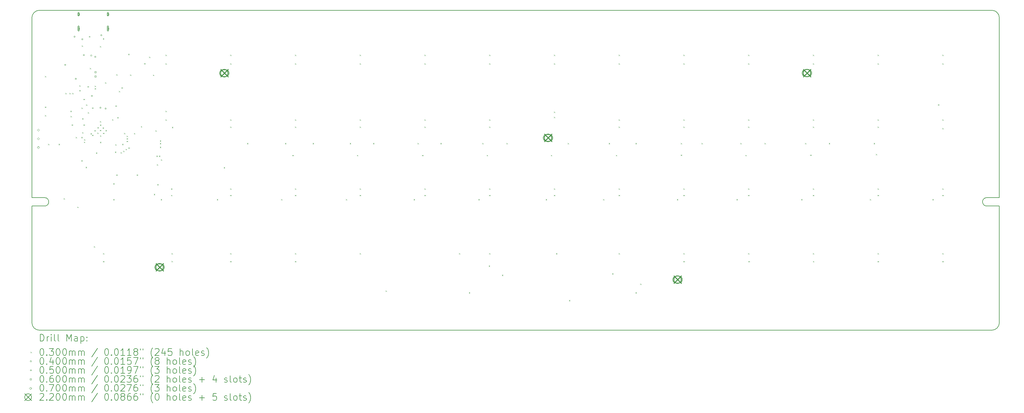
<source format=gbr>
%FSLAX45Y45*%
G04 Gerber Fmt 4.5, Leading zero omitted, Abs format (unit mm)*
G04 Created by KiCad (PCBNEW (6.0.4)) date 2022-10-29 20:59:10*
%MOMM*%
%LPD*%
G01*
G04 APERTURE LIST*
%TA.AperFunction,Profile*%
%ADD10C,0.200000*%
%TD*%
%ADD11C,0.200000*%
%ADD12C,0.030000*%
%ADD13C,0.040000*%
%ADD14C,0.050000*%
%ADD15C,0.060000*%
%ADD16C,0.070000*%
%ADD17C,0.220000*%
G04 APERTURE END LIST*
D10*
X30998471Y-10913906D02*
X31368822Y-10913906D01*
X2898822Y-10664268D02*
X2898822Y-5374263D01*
X27199012Y-5149263D02*
X21893823Y-5149888D01*
X18974883Y-5149263D02*
X15292762Y-5149263D01*
X30583477Y-14569263D02*
X26594883Y-14569263D01*
X8497383Y-14569263D02*
X4508789Y-14569263D01*
X30998471Y-10663906D02*
X31368822Y-10663906D01*
X3123822Y-5149263D02*
G75*
G03*
X2898822Y-5374263I1J-225001D01*
G01*
X15292762Y-5149263D02*
X12373822Y-5149888D01*
X18974883Y-5149263D02*
X21893823Y-5149888D01*
X30998471Y-10663914D02*
G75*
G03*
X30998471Y-10913906I-1J-124996D01*
G01*
X31368822Y-14344263D02*
X31368822Y-10913906D01*
X3269942Y-10664268D02*
X2898822Y-10664268D01*
X3269942Y-10914269D02*
G75*
G03*
X3269942Y-10664268I0J125001D01*
G01*
X2898822Y-14344263D02*
X2898822Y-10914268D01*
X30583477Y-5149263D02*
X27199012Y-5149263D01*
X31143822Y-14569262D02*
G75*
G03*
X31368822Y-14344263I8J224993D01*
G01*
X6244012Y-5149263D02*
X3123822Y-5149263D01*
X30583477Y-5149263D02*
X31143822Y-5149263D01*
X21873823Y-14569888D02*
X12393822Y-14569888D01*
X12393822Y-14569888D02*
X8497383Y-14569263D01*
X2898817Y-14344263D02*
G75*
G03*
X3123822Y-14569263I225003J3D01*
G01*
X21873823Y-14569888D02*
X26594883Y-14569263D01*
X12373822Y-5149888D02*
X6244012Y-5149263D01*
X30583477Y-14569263D02*
X31143822Y-14569263D01*
X31368822Y-10663906D02*
X31368822Y-5374263D01*
X4508789Y-14569263D02*
X3123822Y-14569263D01*
X31368827Y-5374263D02*
G75*
G03*
X31143822Y-5149263I-224997J3D01*
G01*
X3269942Y-10914268D02*
X2898822Y-10914268D01*
D11*
D12*
X3285000Y-7085000D02*
X3315000Y-7115000D01*
X3315000Y-7085000D02*
X3285000Y-7115000D01*
X3285000Y-7985000D02*
X3315000Y-8015000D01*
X3315000Y-7985000D02*
X3285000Y-8015000D01*
X3285000Y-8235000D02*
X3315000Y-8265000D01*
X3315000Y-8235000D02*
X3285000Y-8265000D01*
X3375620Y-9082550D02*
X3405620Y-9112550D01*
X3405620Y-9082550D02*
X3375620Y-9112550D01*
X3685000Y-9082550D02*
X3715000Y-9112550D01*
X3715000Y-9082550D02*
X3685000Y-9112550D01*
X3835000Y-10685000D02*
X3865000Y-10715000D01*
X3865000Y-10685000D02*
X3835000Y-10715000D01*
X3885770Y-7586533D02*
X3915770Y-7616533D01*
X3915770Y-7586533D02*
X3885770Y-7616533D01*
X4003220Y-7586533D02*
X4033220Y-7616533D01*
X4033220Y-7586533D02*
X4003220Y-7616533D01*
X4035020Y-8107233D02*
X4065020Y-8137233D01*
X4065020Y-8107233D02*
X4035020Y-8137233D01*
X4038170Y-8261547D02*
X4068170Y-8291547D01*
X4068170Y-8261547D02*
X4038170Y-8291547D01*
X4069984Y-8510605D02*
X4099984Y-8540605D01*
X4099984Y-8510605D02*
X4069984Y-8540605D01*
X4087520Y-7586533D02*
X4117520Y-7616533D01*
X4117520Y-7586533D02*
X4087520Y-7616533D01*
X4190345Y-8878205D02*
X4220345Y-8908205D01*
X4220345Y-8878205D02*
X4190345Y-8908205D01*
X4235000Y-10935000D02*
X4265000Y-10965000D01*
X4265000Y-10935000D02*
X4235000Y-10965000D01*
X4295658Y-7360083D02*
X4325658Y-7390083D01*
X4325658Y-7360083D02*
X4295658Y-7390083D01*
X4295658Y-7499233D02*
X4325658Y-7529233D01*
X4325658Y-7499233D02*
X4295658Y-7529233D01*
X4355670Y-9567733D02*
X4385670Y-9597733D01*
X4385670Y-9567733D02*
X4355670Y-9597733D01*
X4355688Y-8881697D02*
X4385688Y-8911697D01*
X4385688Y-8881697D02*
X4355688Y-8911697D01*
X4357911Y-8016092D02*
X4387911Y-8046092D01*
X4387911Y-8016092D02*
X4357911Y-8046092D01*
X4368370Y-6189533D02*
X4398370Y-6219533D01*
X4398370Y-6189533D02*
X4368370Y-6219533D01*
X4379200Y-8328900D02*
X4409200Y-8358900D01*
X4409200Y-8328900D02*
X4379200Y-8358900D01*
X4381195Y-8738746D02*
X4411195Y-8768746D01*
X4411195Y-8738746D02*
X4381195Y-8768746D01*
X4417300Y-7757400D02*
X4447300Y-7787400D01*
X4447300Y-7757400D02*
X4417300Y-7787400D01*
X4419188Y-8513397D02*
X4449188Y-8543397D01*
X4449188Y-8513397D02*
X4419188Y-8543397D01*
X4431888Y-9021397D02*
X4461888Y-9051397D01*
X4461888Y-9021397D02*
X4431888Y-9051397D01*
X4433185Y-8946458D02*
X4463185Y-8976458D01*
X4463185Y-8946458D02*
X4433185Y-8976458D01*
X4482670Y-9758233D02*
X4512670Y-9788233D01*
X4512670Y-9758233D02*
X4482670Y-9788233D01*
X4493500Y-7922500D02*
X4523500Y-7952500D01*
X4523500Y-7922500D02*
X4493500Y-7952500D01*
X4535000Y-7385000D02*
X4565000Y-7415000D01*
X4565000Y-7385000D02*
X4535000Y-7415000D01*
X4544300Y-8151100D02*
X4574300Y-8181100D01*
X4574300Y-8151100D02*
X4544300Y-8181100D01*
X4581243Y-5911842D02*
X4611243Y-5941842D01*
X4611243Y-5911842D02*
X4581243Y-5941842D01*
X4605860Y-6849298D02*
X4635860Y-6879298D01*
X4635860Y-6849298D02*
X4605860Y-6879298D01*
X4624497Y-8769760D02*
X4654497Y-8799760D01*
X4654497Y-8769760D02*
X4624497Y-8799760D01*
X4671300Y-8011400D02*
X4701300Y-8041400D01*
X4701300Y-8011400D02*
X4671300Y-8041400D01*
X4671991Y-8815709D02*
X4701991Y-8845709D01*
X4701991Y-8815709D02*
X4671991Y-8845709D01*
X4723970Y-12095033D02*
X4753970Y-12125033D01*
X4753970Y-12095033D02*
X4723970Y-12125033D01*
X4738795Y-8679846D02*
X4768795Y-8709846D01*
X4768795Y-8679846D02*
X4738795Y-8709846D01*
X4749370Y-7370633D02*
X4779370Y-7400633D01*
X4779370Y-7370633D02*
X4749370Y-7400633D01*
X4749370Y-7446283D02*
X4779370Y-7476283D01*
X4779370Y-7446283D02*
X4749370Y-7476283D01*
X4785000Y-9335000D02*
X4815000Y-9365000D01*
X4815000Y-9335000D02*
X4785000Y-9365000D01*
X4823315Y-8753326D02*
X4853315Y-8783326D01*
X4853315Y-8753326D02*
X4823315Y-8783326D01*
X4827695Y-8590946D02*
X4857695Y-8620946D01*
X4857695Y-8590946D02*
X4827695Y-8620946D01*
X4900446Y-8414686D02*
X4930446Y-8444686D01*
X4930446Y-8414686D02*
X4900446Y-8444686D01*
X4901770Y-6202233D02*
X4931770Y-6232233D01*
X4931770Y-6202233D02*
X4901770Y-6232233D01*
X4903175Y-8673466D02*
X4933175Y-8703466D01*
X4933175Y-8673466D02*
X4903175Y-8703466D01*
X4903895Y-8514746D02*
X4933895Y-8544746D01*
X4933895Y-8514746D02*
X4903895Y-8544746D01*
X4903895Y-8832246D02*
X4933895Y-8862246D01*
X4933895Y-8832246D02*
X4903895Y-8862246D01*
X4903895Y-9022746D02*
X4933895Y-9052746D01*
X4933895Y-9022746D02*
X4903895Y-9052746D01*
X4980373Y-8598930D02*
X5010373Y-8628930D01*
X5010373Y-8598930D02*
X4980373Y-8628930D01*
X4988800Y-5973633D02*
X5018800Y-6003633D01*
X5018800Y-5973633D02*
X4988800Y-6003633D01*
X4992352Y-8758650D02*
X5022352Y-8788650D01*
X5022352Y-8758650D02*
X4992352Y-8788650D01*
X4994170Y-12299233D02*
X5024170Y-12329233D01*
X5024170Y-12299233D02*
X4994170Y-12329233D01*
X4994170Y-12535000D02*
X5024170Y-12565000D01*
X5024170Y-12535000D02*
X4994170Y-12565000D01*
X5054170Y-7269033D02*
X5084170Y-7299033D01*
X5084170Y-7269033D02*
X5054170Y-7299033D01*
X5066888Y-8677459D02*
X5096888Y-8707459D01*
X5096888Y-8677459D02*
X5066888Y-8707459D01*
X5261010Y-8359347D02*
X5291010Y-8389347D01*
X5291010Y-8359347D02*
X5261010Y-8389347D01*
X5295470Y-10240833D02*
X5325470Y-10270833D01*
X5325470Y-10240833D02*
X5295470Y-10270833D01*
X5295470Y-10710733D02*
X5325470Y-10740733D01*
X5325470Y-10710733D02*
X5295470Y-10740733D01*
X5346270Y-9309654D02*
X5376270Y-9339654D01*
X5376270Y-9309654D02*
X5346270Y-9339654D01*
X5355230Y-9097665D02*
X5385230Y-9127665D01*
X5385230Y-9097665D02*
X5355230Y-9127665D01*
X5358970Y-7952033D02*
X5388970Y-7982033D01*
X5388970Y-7952033D02*
X5358970Y-7982033D01*
X5385000Y-7035000D02*
X5415000Y-7065000D01*
X5415000Y-7035000D02*
X5385000Y-7065000D01*
X5385000Y-9985000D02*
X5415000Y-10015000D01*
X5415000Y-9985000D02*
X5385000Y-10015000D01*
X5414320Y-8297098D02*
X5444320Y-8327098D01*
X5444320Y-8297098D02*
X5414320Y-8327098D01*
X5460570Y-7523033D02*
X5490570Y-7553033D01*
X5490570Y-7523033D02*
X5460570Y-7553033D01*
X5509308Y-9328726D02*
X5539308Y-9358726D01*
X5539308Y-9328726D02*
X5509308Y-9358726D01*
X5536770Y-7419283D02*
X5566770Y-7449283D01*
X5566770Y-7419283D02*
X5536770Y-7449283D01*
X5558787Y-9083855D02*
X5588787Y-9113855D01*
X5588787Y-9083855D02*
X5558787Y-9113855D01*
X5586211Y-9284126D02*
X5616211Y-9314126D01*
X5616211Y-9284126D02*
X5586211Y-9314126D01*
X5611100Y-8760700D02*
X5641100Y-8790700D01*
X5641100Y-8760700D02*
X5611100Y-8790700D01*
X5660060Y-9231842D02*
X5690060Y-9261842D01*
X5690060Y-9231842D02*
X5660060Y-9261842D01*
X5689170Y-8843946D02*
X5719170Y-8873946D01*
X5719170Y-8843946D02*
X5689170Y-8873946D01*
X5689170Y-8918897D02*
X5719170Y-8948897D01*
X5719170Y-8918897D02*
X5689170Y-8948897D01*
X5689170Y-8993847D02*
X5719170Y-9023847D01*
X5719170Y-8993847D02*
X5689170Y-9023847D01*
X5735000Y-6435000D02*
X5765000Y-6465000D01*
X5765000Y-6435000D02*
X5735000Y-6465000D01*
X5739970Y-9189756D02*
X5769970Y-9219756D01*
X5769970Y-9189756D02*
X5739970Y-9219756D01*
X5790770Y-7040433D02*
X5820770Y-7070433D01*
X5820770Y-7040433D02*
X5790770Y-7070433D01*
X5905088Y-8767397D02*
X5935088Y-8797397D01*
X5935088Y-8767397D02*
X5905088Y-8797397D01*
X5985000Y-9985000D02*
X6015000Y-10015000D01*
X6015000Y-9985000D02*
X5985000Y-10015000D01*
X6108288Y-8564197D02*
X6138288Y-8594197D01*
X6138288Y-8564197D02*
X6108288Y-8594197D01*
X6204170Y-6709233D02*
X6234170Y-6739233D01*
X6234170Y-6709233D02*
X6204170Y-6739233D01*
X6349570Y-6519733D02*
X6379570Y-6549733D01*
X6379570Y-6519733D02*
X6349570Y-6549733D01*
X6462000Y-7046200D02*
X6492000Y-7076200D01*
X6492000Y-7046200D02*
X6462000Y-7076200D01*
X6489270Y-10558333D02*
X6519270Y-10588333D01*
X6519270Y-10558333D02*
X6489270Y-10588333D01*
X6535000Y-8685000D02*
X6565000Y-8715000D01*
X6565000Y-8685000D02*
X6535000Y-8715000D01*
X6565470Y-9428033D02*
X6595470Y-9458033D01*
X6595470Y-9428033D02*
X6565470Y-9458033D01*
X6578170Y-9682033D02*
X6608170Y-9712033D01*
X6608170Y-9682033D02*
X6578170Y-9712033D01*
X6590870Y-10266233D02*
X6620870Y-10296233D01*
X6620870Y-10266233D02*
X6590870Y-10296233D01*
X6641670Y-9428033D02*
X6671670Y-9458033D01*
X6671670Y-9428033D02*
X6641670Y-9458033D01*
X6667070Y-8983533D02*
X6697070Y-9013533D01*
X6697070Y-8983533D02*
X6667070Y-9013533D01*
X6667070Y-9059733D02*
X6697070Y-9089733D01*
X6697070Y-9059733D02*
X6667070Y-9089733D01*
X6667070Y-9166682D02*
X6697070Y-9196682D01*
X6697070Y-9166682D02*
X6667070Y-9196682D01*
X6692470Y-10710733D02*
X6722470Y-10740733D01*
X6722470Y-10710733D02*
X6692470Y-10740733D01*
X6694170Y-9539233D02*
X6724170Y-9569233D01*
X6724170Y-9539233D02*
X6694170Y-9569233D01*
X6832170Y-6456233D02*
X6862170Y-6486233D01*
X6862170Y-6456233D02*
X6832170Y-6486233D01*
X6832170Y-6710233D02*
X6862170Y-6740233D01*
X6862170Y-6710233D02*
X6832170Y-6740233D01*
X6832170Y-8107233D02*
X6862170Y-8137233D01*
X6862170Y-8107233D02*
X6832170Y-8137233D01*
X6832170Y-8361233D02*
X6862170Y-8391233D01*
X6862170Y-8361233D02*
X6832170Y-8391233D01*
X6997270Y-10393233D02*
X7027270Y-10423233D01*
X7027270Y-10393233D02*
X6997270Y-10423233D01*
X6997270Y-10585000D02*
X7027270Y-10615000D01*
X7027270Y-10585000D02*
X6997270Y-10615000D01*
X7009970Y-12298233D02*
X7039970Y-12328233D01*
X7039970Y-12298233D02*
X7009970Y-12328233D01*
X7009970Y-12526833D02*
X7039970Y-12556833D01*
X7039970Y-12526833D02*
X7009970Y-12556833D01*
X7022670Y-8585000D02*
X7052670Y-8615000D01*
X7052670Y-8585000D02*
X7022670Y-8615000D01*
X8343470Y-10710733D02*
X8373470Y-10740733D01*
X8373470Y-10710733D02*
X8343470Y-10740733D01*
X8544170Y-9769233D02*
X8574170Y-9799233D01*
X8574170Y-9769233D02*
X8544170Y-9799233D01*
X8737170Y-6456233D02*
X8767170Y-6486233D01*
X8767170Y-6456233D02*
X8737170Y-6486233D01*
X8737170Y-6710233D02*
X8767170Y-6740233D01*
X8767170Y-6710233D02*
X8737170Y-6740233D01*
X8737170Y-8361233D02*
X8767170Y-8391233D01*
X8767170Y-8361233D02*
X8737170Y-8391233D01*
X8737170Y-8576283D02*
X8767170Y-8606283D01*
X8767170Y-8576283D02*
X8737170Y-8606283D01*
X8737170Y-10393233D02*
X8767170Y-10423233D01*
X8767170Y-10393233D02*
X8737170Y-10423233D01*
X8737170Y-10585000D02*
X8767170Y-10615000D01*
X8767170Y-10585000D02*
X8737170Y-10615000D01*
X8737170Y-12298233D02*
X8767170Y-12328233D01*
X8767170Y-12298233D02*
X8737170Y-12328233D01*
X8737170Y-12535000D02*
X8767170Y-12565000D01*
X8767170Y-12535000D02*
X8737170Y-12565000D01*
X9232470Y-9059733D02*
X9262470Y-9089733D01*
X9262470Y-9059733D02*
X9232470Y-9089733D01*
X10235770Y-10710733D02*
X10265770Y-10740733D01*
X10265770Y-10710733D02*
X10235770Y-10740733D01*
X10350070Y-9059733D02*
X10380070Y-9089733D01*
X10380070Y-9059733D02*
X10350070Y-9089733D01*
X10564170Y-9409233D02*
X10594170Y-9439233D01*
X10594170Y-9409233D02*
X10564170Y-9439233D01*
X10642170Y-6456233D02*
X10672170Y-6486233D01*
X10672170Y-6456233D02*
X10642170Y-6486233D01*
X10642170Y-6710233D02*
X10672170Y-6740233D01*
X10672170Y-6710233D02*
X10642170Y-6740233D01*
X10642170Y-8361233D02*
X10672170Y-8391233D01*
X10672170Y-8361233D02*
X10642170Y-8391233D01*
X10642170Y-8576283D02*
X10672170Y-8606283D01*
X10672170Y-8576283D02*
X10642170Y-8606283D01*
X10642170Y-10393233D02*
X10672170Y-10423233D01*
X10672170Y-10393233D02*
X10642170Y-10423233D01*
X10642170Y-10585000D02*
X10672170Y-10615000D01*
X10672170Y-10585000D02*
X10642170Y-10615000D01*
X10642170Y-12298233D02*
X10672170Y-12328233D01*
X10672170Y-12298233D02*
X10642170Y-12328233D01*
X10642170Y-12535000D02*
X10672170Y-12565000D01*
X10672170Y-12535000D02*
X10642170Y-12565000D01*
X11162870Y-9059733D02*
X11192870Y-9089733D01*
X11192870Y-9059733D02*
X11162870Y-9089733D01*
X12140770Y-10710733D02*
X12170770Y-10740733D01*
X12170770Y-10710733D02*
X12140770Y-10740733D01*
X12255070Y-9059733D02*
X12285070Y-9089733D01*
X12285070Y-9059733D02*
X12255070Y-9089733D01*
X12464170Y-9409233D02*
X12494170Y-9439233D01*
X12494170Y-9409233D02*
X12464170Y-9439233D01*
X12547170Y-6456233D02*
X12577170Y-6486233D01*
X12577170Y-6456233D02*
X12547170Y-6486233D01*
X12547170Y-6710233D02*
X12577170Y-6740233D01*
X12577170Y-6710233D02*
X12547170Y-6740233D01*
X12547170Y-8361233D02*
X12577170Y-8391233D01*
X12577170Y-8361233D02*
X12547170Y-8391233D01*
X12547170Y-8576283D02*
X12577170Y-8606283D01*
X12577170Y-8576283D02*
X12547170Y-8606283D01*
X12547170Y-10393233D02*
X12577170Y-10423233D01*
X12577170Y-10393233D02*
X12547170Y-10423233D01*
X12547170Y-10585000D02*
X12577170Y-10615000D01*
X12577170Y-10585000D02*
X12547170Y-10615000D01*
X12547170Y-12298233D02*
X12577170Y-12328233D01*
X12577170Y-12298233D02*
X12547170Y-12328233D01*
X12940870Y-9059733D02*
X12970870Y-9089733D01*
X12970870Y-9059733D02*
X12940870Y-9089733D01*
X13309170Y-13403133D02*
X13339170Y-13433133D01*
X13339170Y-13403133D02*
X13309170Y-13433133D01*
X14134670Y-10710733D02*
X14164670Y-10740733D01*
X14164670Y-10710733D02*
X14134670Y-10740733D01*
X14248970Y-9059733D02*
X14278970Y-9089733D01*
X14278970Y-9059733D02*
X14248970Y-9089733D01*
X14384170Y-9409233D02*
X14414170Y-9439233D01*
X14414170Y-9409233D02*
X14384170Y-9439233D01*
X14452170Y-6456233D02*
X14482170Y-6486233D01*
X14482170Y-6456233D02*
X14452170Y-6486233D01*
X14452170Y-6710233D02*
X14482170Y-6740233D01*
X14482170Y-6710233D02*
X14452170Y-6740233D01*
X14452170Y-8361233D02*
X14482170Y-8391233D01*
X14482170Y-8361233D02*
X14452170Y-8391233D01*
X14452170Y-8576283D02*
X14482170Y-8606283D01*
X14482170Y-8576283D02*
X14452170Y-8606283D01*
X14452170Y-10393233D02*
X14482170Y-10423233D01*
X14482170Y-10393233D02*
X14452170Y-10423233D01*
X14452170Y-10585000D02*
X14482170Y-10615000D01*
X14482170Y-10585000D02*
X14452170Y-10615000D01*
X14922070Y-9059733D02*
X14952070Y-9089733D01*
X14952070Y-9059733D02*
X14922070Y-9089733D01*
X15468170Y-12298233D02*
X15498170Y-12328233D01*
X15498170Y-12298233D02*
X15468170Y-12328233D01*
X15760270Y-13453933D02*
X15790270Y-13483933D01*
X15790270Y-13453933D02*
X15760270Y-13483933D01*
X16039670Y-10710733D02*
X16069670Y-10740733D01*
X16069670Y-10710733D02*
X16039670Y-10740733D01*
X16153970Y-9059733D02*
X16183970Y-9089733D01*
X16183970Y-9059733D02*
X16153970Y-9089733D01*
X16284170Y-9409233D02*
X16314170Y-9439233D01*
X16314170Y-9409233D02*
X16284170Y-9439233D01*
X16344470Y-12666533D02*
X16374470Y-12696533D01*
X16374470Y-12666533D02*
X16344470Y-12696533D01*
X16357170Y-6456233D02*
X16387170Y-6486233D01*
X16387170Y-6456233D02*
X16357170Y-6486233D01*
X16357170Y-6710233D02*
X16387170Y-6740233D01*
X16387170Y-6710233D02*
X16357170Y-6740233D01*
X16357170Y-8361233D02*
X16387170Y-8391233D01*
X16387170Y-8361233D02*
X16357170Y-8391233D01*
X16357170Y-8576283D02*
X16387170Y-8606283D01*
X16387170Y-8576283D02*
X16357170Y-8606283D01*
X16357170Y-10393233D02*
X16387170Y-10423233D01*
X16387170Y-10393233D02*
X16357170Y-10423233D01*
X16357170Y-10585000D02*
X16387170Y-10615000D01*
X16387170Y-10585000D02*
X16357170Y-10615000D01*
X16357170Y-12298233D02*
X16387170Y-12328233D01*
X16387170Y-12298233D02*
X16357170Y-12328233D01*
X16735000Y-12935000D02*
X16765000Y-12965000D01*
X16765000Y-12935000D02*
X16735000Y-12965000D01*
X16865170Y-9059733D02*
X16895170Y-9089733D01*
X16895170Y-9059733D02*
X16865170Y-9089733D01*
X18020870Y-10710733D02*
X18050870Y-10740733D01*
X18050870Y-10710733D02*
X18020870Y-10740733D01*
X18174170Y-9409233D02*
X18204170Y-9439233D01*
X18204170Y-9409233D02*
X18174170Y-9439233D01*
X18262170Y-6456233D02*
X18292170Y-6486233D01*
X18292170Y-6456233D02*
X18262170Y-6486233D01*
X18262170Y-6710233D02*
X18292170Y-6740233D01*
X18292170Y-6710233D02*
X18262170Y-6740233D01*
X18262170Y-8132633D02*
X18292170Y-8162633D01*
X18292170Y-8132633D02*
X18262170Y-8162633D01*
X18262170Y-8285033D02*
X18292170Y-8315033D01*
X18292170Y-8285033D02*
X18262170Y-8315033D01*
X18262170Y-10393233D02*
X18292170Y-10423233D01*
X18292170Y-10393233D02*
X18262170Y-10423233D01*
X18262170Y-10585000D02*
X18292170Y-10615000D01*
X18292170Y-10585000D02*
X18262170Y-10615000D01*
X18325670Y-12298233D02*
X18355670Y-12328233D01*
X18355670Y-12298233D02*
X18325670Y-12328233D01*
X18668570Y-9059733D02*
X18698570Y-9089733D01*
X18698570Y-9059733D02*
X18668570Y-9089733D01*
X18706670Y-13682533D02*
X18736670Y-13712533D01*
X18736670Y-13682533D02*
X18706670Y-13712533D01*
X19709970Y-10710733D02*
X19739970Y-10740733D01*
X19739970Y-10710733D02*
X19709970Y-10740733D01*
X19875070Y-9059733D02*
X19905070Y-9089733D01*
X19905070Y-9059733D02*
X19875070Y-9089733D01*
X19976670Y-12895133D02*
X20006670Y-12925133D01*
X20006670Y-12895133D02*
X19976670Y-12925133D01*
X20084170Y-9409233D02*
X20114170Y-9439233D01*
X20114170Y-9409233D02*
X20084170Y-9439233D01*
X20167170Y-6456233D02*
X20197170Y-6486233D01*
X20197170Y-6456233D02*
X20167170Y-6486233D01*
X20167170Y-6710233D02*
X20197170Y-6740233D01*
X20197170Y-6710233D02*
X20167170Y-6740233D01*
X20167170Y-8361233D02*
X20197170Y-8391233D01*
X20197170Y-8361233D02*
X20167170Y-8391233D01*
X20167170Y-8576283D02*
X20197170Y-8606283D01*
X20197170Y-8576283D02*
X20167170Y-8606283D01*
X20167170Y-10393233D02*
X20197170Y-10423233D01*
X20197170Y-10393233D02*
X20167170Y-10423233D01*
X20167170Y-10585000D02*
X20197170Y-10615000D01*
X20197170Y-10585000D02*
X20167170Y-10615000D01*
X20167170Y-12298233D02*
X20197170Y-12328233D01*
X20197170Y-12298233D02*
X20167170Y-12328233D01*
X20662470Y-9059733D02*
X20692470Y-9089733D01*
X20692470Y-9059733D02*
X20662470Y-9089733D01*
X20662470Y-13453933D02*
X20692470Y-13483933D01*
X20692470Y-13453933D02*
X20662470Y-13483933D01*
X20802170Y-13199933D02*
X20832170Y-13229933D01*
X20832170Y-13199933D02*
X20802170Y-13229933D01*
X21881670Y-10710733D02*
X21911670Y-10740733D01*
X21911670Y-10710733D02*
X21881670Y-10740733D01*
X21994170Y-9399233D02*
X22024170Y-9429233D01*
X22024170Y-9399233D02*
X21994170Y-9429233D01*
X21995970Y-9059733D02*
X22025970Y-9089733D01*
X22025970Y-9059733D02*
X21995970Y-9089733D01*
X22072170Y-6456233D02*
X22102170Y-6486233D01*
X22102170Y-6456233D02*
X22072170Y-6486233D01*
X22072170Y-6710233D02*
X22102170Y-6740233D01*
X22102170Y-6710233D02*
X22072170Y-6740233D01*
X22072170Y-8361233D02*
X22102170Y-8391233D01*
X22102170Y-8361233D02*
X22072170Y-8391233D01*
X22072170Y-8576283D02*
X22102170Y-8606283D01*
X22102170Y-8576283D02*
X22072170Y-8606283D01*
X22072170Y-10393233D02*
X22102170Y-10423233D01*
X22102170Y-10393233D02*
X22072170Y-10423233D01*
X22072170Y-10585000D02*
X22102170Y-10615000D01*
X22102170Y-10585000D02*
X22072170Y-10615000D01*
X22072170Y-12298233D02*
X22102170Y-12328233D01*
X22102170Y-12298233D02*
X22072170Y-12328233D01*
X22072170Y-12535000D02*
X22102170Y-12565000D01*
X22102170Y-12535000D02*
X22072170Y-12565000D01*
X22605570Y-9059733D02*
X22635570Y-9089733D01*
X22635570Y-9059733D02*
X22605570Y-9089733D01*
X23634270Y-10710733D02*
X23664270Y-10740733D01*
X23664270Y-10710733D02*
X23634270Y-10740733D01*
X23748570Y-9059733D02*
X23778570Y-9089733D01*
X23778570Y-9059733D02*
X23748570Y-9089733D01*
X23894170Y-9409233D02*
X23924170Y-9439233D01*
X23924170Y-9409233D02*
X23894170Y-9439233D01*
X23977170Y-6456233D02*
X24007170Y-6486233D01*
X24007170Y-6456233D02*
X23977170Y-6486233D01*
X23977170Y-6710233D02*
X24007170Y-6740233D01*
X24007170Y-6710233D02*
X23977170Y-6740233D01*
X23977170Y-8361233D02*
X24007170Y-8391233D01*
X24007170Y-8361233D02*
X23977170Y-8391233D01*
X23977170Y-8576283D02*
X24007170Y-8606283D01*
X24007170Y-8576283D02*
X23977170Y-8606283D01*
X23977170Y-10393233D02*
X24007170Y-10423233D01*
X24007170Y-10393233D02*
X23977170Y-10423233D01*
X23977170Y-10585000D02*
X24007170Y-10615000D01*
X24007170Y-10585000D02*
X23977170Y-10615000D01*
X23977170Y-12298233D02*
X24007170Y-12328233D01*
X24007170Y-12298233D02*
X23977170Y-12328233D01*
X23985000Y-12535000D02*
X24015000Y-12565000D01*
X24015000Y-12535000D02*
X23985000Y-12565000D01*
X24459770Y-9059733D02*
X24489770Y-9089733D01*
X24489770Y-9059733D02*
X24459770Y-9089733D01*
X25539270Y-10710733D02*
X25569270Y-10740733D01*
X25569270Y-10710733D02*
X25539270Y-10740733D01*
X25653570Y-9059733D02*
X25683570Y-9089733D01*
X25683570Y-9059733D02*
X25653570Y-9089733D01*
X25804170Y-9399233D02*
X25834170Y-9429233D01*
X25834170Y-9399233D02*
X25804170Y-9429233D01*
X25882170Y-6456233D02*
X25912170Y-6486233D01*
X25912170Y-6456233D02*
X25882170Y-6486233D01*
X25882170Y-6710233D02*
X25912170Y-6740233D01*
X25912170Y-6710233D02*
X25882170Y-6740233D01*
X25882170Y-8361233D02*
X25912170Y-8391233D01*
X25912170Y-8361233D02*
X25882170Y-8391233D01*
X25882170Y-8576283D02*
X25912170Y-8606283D01*
X25912170Y-8576283D02*
X25882170Y-8606283D01*
X25882170Y-10393233D02*
X25912170Y-10423233D01*
X25912170Y-10393233D02*
X25882170Y-10423233D01*
X25882170Y-10585000D02*
X25912170Y-10615000D01*
X25912170Y-10585000D02*
X25882170Y-10615000D01*
X25882170Y-12298233D02*
X25912170Y-12328233D01*
X25912170Y-12298233D02*
X25882170Y-12328233D01*
X25885000Y-12535000D02*
X25915000Y-12565000D01*
X25915000Y-12535000D02*
X25885000Y-12565000D01*
X26352070Y-9059733D02*
X26382070Y-9089733D01*
X26382070Y-9059733D02*
X26352070Y-9089733D01*
X27558570Y-10710733D02*
X27588570Y-10740733D01*
X27588570Y-10710733D02*
X27558570Y-10740733D01*
X27672870Y-9059733D02*
X27702870Y-9089733D01*
X27702870Y-9059733D02*
X27672870Y-9089733D01*
X27734170Y-9379233D02*
X27764170Y-9409233D01*
X27764170Y-9379233D02*
X27734170Y-9409233D01*
X27787170Y-6456233D02*
X27817170Y-6486233D01*
X27817170Y-6456233D02*
X27787170Y-6486233D01*
X27787170Y-6710233D02*
X27817170Y-6740233D01*
X27817170Y-6710233D02*
X27787170Y-6740233D01*
X27787170Y-8361233D02*
X27817170Y-8391233D01*
X27817170Y-8361233D02*
X27787170Y-8391233D01*
X27787170Y-8576283D02*
X27817170Y-8606283D01*
X27817170Y-8576283D02*
X27787170Y-8606283D01*
X27787170Y-10393233D02*
X27817170Y-10423233D01*
X27817170Y-10393233D02*
X27787170Y-10423233D01*
X27787170Y-10585000D02*
X27817170Y-10615000D01*
X27817170Y-10585000D02*
X27787170Y-10615000D01*
X27787170Y-12298233D02*
X27817170Y-12328233D01*
X27817170Y-12298233D02*
X27787170Y-12328233D01*
X27787170Y-12535000D02*
X27817170Y-12565000D01*
X27817170Y-12535000D02*
X27787170Y-12565000D01*
X29400070Y-10710733D02*
X29430070Y-10740733D01*
X29430070Y-10710733D02*
X29400070Y-10740733D01*
X29564170Y-7919233D02*
X29594170Y-7949233D01*
X29594170Y-7919233D02*
X29564170Y-7949233D01*
X29692170Y-6456233D02*
X29722170Y-6486233D01*
X29722170Y-6456233D02*
X29692170Y-6486233D01*
X29692170Y-6710233D02*
X29722170Y-6740233D01*
X29722170Y-6710233D02*
X29692170Y-6740233D01*
X29692170Y-8361233D02*
X29722170Y-8391233D01*
X29722170Y-8361233D02*
X29692170Y-8391233D01*
X29692170Y-8615233D02*
X29722170Y-8645233D01*
X29722170Y-8615233D02*
X29692170Y-8645233D01*
X29692170Y-10393233D02*
X29722170Y-10423233D01*
X29722170Y-10393233D02*
X29692170Y-10423233D01*
X29692170Y-10585000D02*
X29722170Y-10615000D01*
X29722170Y-10585000D02*
X29692170Y-10615000D01*
X29692170Y-12298233D02*
X29722170Y-12328233D01*
X29722170Y-12298233D02*
X29692170Y-12328233D01*
X29692170Y-12535000D02*
X29722170Y-12565000D01*
X29722170Y-12535000D02*
X29692170Y-12565000D01*
D13*
X4174770Y-5925133D02*
G75*
G03*
X4174770Y-5925133I-20000J0D01*
G01*
X4212870Y-7169733D02*
G75*
G03*
X4212870Y-7169733I-20000J0D01*
G01*
X4403370Y-6001333D02*
G75*
G03*
X4403370Y-6001333I-20000J0D01*
G01*
X4665556Y-6480761D02*
G75*
G03*
X4665556Y-6480761I-20000J0D01*
G01*
X4784370Y-6522033D02*
G75*
G03*
X4784370Y-6522033I-20000J0D01*
G01*
X4936770Y-8020633D02*
G75*
G03*
X4936770Y-8020633I-20000J0D01*
G01*
X4962868Y-5887033D02*
G75*
G03*
X4962868Y-5887033I-20000J0D01*
G01*
X5089170Y-8046033D02*
G75*
G03*
X5089170Y-8046033I-20000J0D01*
G01*
D14*
X3875370Y-6725633D02*
X3875370Y-6775633D01*
X3850370Y-6750633D02*
X3900370Y-6750633D01*
X4423927Y-6441972D02*
X4423927Y-6491972D01*
X4398927Y-6466972D02*
X4448927Y-6466972D01*
X4662770Y-7640033D02*
X4662770Y-7690033D01*
X4637770Y-7665033D02*
X4687770Y-7665033D01*
D15*
X4294132Y-5290046D02*
X4294132Y-5247620D01*
X4251705Y-5247620D01*
X4251705Y-5290046D01*
X4294132Y-5290046D01*
D11*
X4252918Y-5238833D02*
X4252918Y-5298833D01*
X4292918Y-5238833D02*
X4292918Y-5298833D01*
X4252918Y-5298833D02*
G75*
G03*
X4292918Y-5298833I20000J0D01*
G01*
X4292918Y-5238833D02*
G75*
G03*
X4252918Y-5238833I-20000J0D01*
G01*
D15*
X4294132Y-5708046D02*
X4294132Y-5665620D01*
X4251705Y-5665620D01*
X4251705Y-5708046D01*
X4294132Y-5708046D01*
D11*
X4252918Y-5631833D02*
X4252918Y-5741833D01*
X4292918Y-5631833D02*
X4292918Y-5741833D01*
X4252918Y-5741833D02*
G75*
G03*
X4292918Y-5741833I20000J0D01*
G01*
X4292918Y-5631833D02*
G75*
G03*
X4252918Y-5631833I-20000J0D01*
G01*
D15*
X4785583Y-6987746D02*
X4785583Y-6945320D01*
X4743157Y-6945320D01*
X4743157Y-6987746D01*
X4785583Y-6987746D01*
X4785583Y-7114746D02*
X4785583Y-7072320D01*
X4743157Y-7072320D01*
X4743157Y-7114746D01*
X4785583Y-7114746D01*
X5158132Y-5290046D02*
X5158132Y-5247620D01*
X5115705Y-5247620D01*
X5115705Y-5290046D01*
X5158132Y-5290046D01*
D11*
X5116918Y-5238833D02*
X5116918Y-5298833D01*
X5156918Y-5238833D02*
X5156918Y-5298833D01*
X5116918Y-5298833D02*
G75*
G03*
X5156918Y-5298833I20000J0D01*
G01*
X5156918Y-5238833D02*
G75*
G03*
X5116918Y-5238833I-20000J0D01*
G01*
D15*
X5158132Y-5708046D02*
X5158132Y-5665620D01*
X5115705Y-5665620D01*
X5115705Y-5708046D01*
X5158132Y-5708046D01*
D11*
X5116918Y-5631833D02*
X5116918Y-5741833D01*
X5156918Y-5631833D02*
X5156918Y-5741833D01*
X5116918Y-5741833D02*
G75*
G03*
X5156918Y-5741833I20000J0D01*
G01*
X5156918Y-5631833D02*
G75*
G03*
X5116918Y-5631833I-20000J0D01*
G01*
D16*
X3088861Y-8710606D02*
X3123861Y-8675606D01*
X3088861Y-8640606D01*
X3053861Y-8675606D01*
X3088861Y-8710606D01*
X3088861Y-8966599D02*
X3123861Y-8931599D01*
X3088861Y-8896599D01*
X3053861Y-8931599D01*
X3088861Y-8966599D01*
X3088861Y-9222592D02*
X3123861Y-9187592D01*
X3088861Y-9152592D01*
X3053861Y-9187592D01*
X3088861Y-9222592D01*
D17*
X6546702Y-12606347D02*
X6766702Y-12826347D01*
X6766702Y-12606347D02*
X6546702Y-12826347D01*
X6766702Y-12716347D02*
G75*
G03*
X6766702Y-12716347I-110000J0D01*
G01*
D11*
X6616702Y-12816347D02*
X6696702Y-12816347D01*
X6616702Y-12616347D02*
X6696702Y-12616347D01*
X6696702Y-12816347D02*
G75*
G03*
X6696702Y-12616347I0J100000D01*
G01*
X6616702Y-12616347D02*
G75*
G03*
X6616702Y-12816347I0J-100000D01*
G01*
D17*
X8451496Y-6891729D02*
X8671496Y-7111729D01*
X8671496Y-6891729D02*
X8451496Y-7111729D01*
X8671496Y-7001729D02*
G75*
G03*
X8671496Y-7001729I-110000J0D01*
G01*
D11*
X8521496Y-7101729D02*
X8601496Y-7101729D01*
X8521496Y-6901729D02*
X8601496Y-6901729D01*
X8601496Y-7101729D02*
G75*
G03*
X8601496Y-6901729I0J100000D01*
G01*
X8521496Y-6901729D02*
G75*
G03*
X8521496Y-7101729I0J-100000D01*
G01*
D17*
X17977076Y-8797371D02*
X18197076Y-9017371D01*
X18197076Y-8797371D02*
X17977076Y-9017371D01*
X18197076Y-8907371D02*
G75*
G03*
X18197076Y-8907371I-110000J0D01*
G01*
D11*
X18047076Y-9007371D02*
X18127076Y-9007371D01*
X18047076Y-8807371D02*
X18127076Y-8807371D01*
X18127076Y-9007371D02*
G75*
G03*
X18127076Y-8807371I0J100000D01*
G01*
X18047076Y-8807371D02*
G75*
G03*
X18047076Y-9007371I0J-100000D01*
G01*
D17*
X21789062Y-12969667D02*
X22009062Y-13189667D01*
X22009062Y-12969667D02*
X21789062Y-13189667D01*
X22009062Y-13079667D02*
G75*
G03*
X22009062Y-13079667I-110000J0D01*
G01*
D11*
X21859062Y-13179667D02*
X21939062Y-13179667D01*
X21859062Y-12979667D02*
X21939062Y-12979667D01*
X21939062Y-13179667D02*
G75*
G03*
X21939062Y-12979667I0J100000D01*
G01*
X21859062Y-12979667D02*
G75*
G03*
X21859062Y-13179667I0J-100000D01*
G01*
D17*
X25596638Y-6888460D02*
X25816638Y-7108460D01*
X25816638Y-6888460D02*
X25596638Y-7108460D01*
X25816638Y-6998460D02*
G75*
G03*
X25816638Y-6998460I-110000J0D01*
G01*
D11*
X25666638Y-7098460D02*
X25746638Y-7098460D01*
X25666638Y-6898460D02*
X25746638Y-6898460D01*
X25746638Y-7098460D02*
G75*
G03*
X25746638Y-6898460I0J100000D01*
G01*
X25666638Y-6898460D02*
G75*
G03*
X25666638Y-7098460I0J-100000D01*
G01*
X3146441Y-14890364D02*
X3146441Y-14690364D01*
X3194060Y-14690364D01*
X3222632Y-14699888D01*
X3241680Y-14718935D01*
X3251203Y-14737983D01*
X3260727Y-14776078D01*
X3260727Y-14804650D01*
X3251203Y-14842745D01*
X3241680Y-14861793D01*
X3222632Y-14880840D01*
X3194060Y-14890364D01*
X3146441Y-14890364D01*
X3346441Y-14890364D02*
X3346441Y-14757031D01*
X3346441Y-14795126D02*
X3355965Y-14776078D01*
X3365489Y-14766554D01*
X3384537Y-14757031D01*
X3403584Y-14757031D01*
X3470251Y-14890364D02*
X3470251Y-14757031D01*
X3470251Y-14690364D02*
X3460727Y-14699888D01*
X3470251Y-14709412D01*
X3479775Y-14699888D01*
X3470251Y-14690364D01*
X3470251Y-14709412D01*
X3594060Y-14890364D02*
X3575013Y-14880840D01*
X3565489Y-14861793D01*
X3565489Y-14690364D01*
X3698822Y-14890364D02*
X3679775Y-14880840D01*
X3670251Y-14861793D01*
X3670251Y-14690364D01*
X3927394Y-14890364D02*
X3927394Y-14690364D01*
X3994060Y-14833221D01*
X4060727Y-14690364D01*
X4060727Y-14890364D01*
X4241680Y-14890364D02*
X4241680Y-14785602D01*
X4232156Y-14766554D01*
X4213108Y-14757031D01*
X4175013Y-14757031D01*
X4155965Y-14766554D01*
X4241680Y-14880840D02*
X4222632Y-14890364D01*
X4175013Y-14890364D01*
X4155965Y-14880840D01*
X4146441Y-14861793D01*
X4146441Y-14842745D01*
X4155965Y-14823697D01*
X4175013Y-14814174D01*
X4222632Y-14814174D01*
X4241680Y-14804650D01*
X4336918Y-14757031D02*
X4336918Y-14957031D01*
X4336918Y-14766554D02*
X4355965Y-14757031D01*
X4394061Y-14757031D01*
X4413108Y-14766554D01*
X4422632Y-14776078D01*
X4432156Y-14795126D01*
X4432156Y-14852269D01*
X4422632Y-14871316D01*
X4413108Y-14880840D01*
X4394061Y-14890364D01*
X4355965Y-14890364D01*
X4336918Y-14880840D01*
X4517870Y-14871316D02*
X4527394Y-14880840D01*
X4517870Y-14890364D01*
X4508346Y-14880840D01*
X4517870Y-14871316D01*
X4517870Y-14890364D01*
X4517870Y-14766554D02*
X4527394Y-14776078D01*
X4517870Y-14785602D01*
X4508346Y-14776078D01*
X4517870Y-14766554D01*
X4517870Y-14785602D01*
D12*
X2858822Y-15204888D02*
X2888822Y-15234888D01*
X2888822Y-15204888D02*
X2858822Y-15234888D01*
D11*
X3184537Y-15110364D02*
X3203584Y-15110364D01*
X3222632Y-15119888D01*
X3232156Y-15129412D01*
X3241680Y-15148459D01*
X3251203Y-15186554D01*
X3251203Y-15234174D01*
X3241680Y-15272269D01*
X3232156Y-15291316D01*
X3222632Y-15300840D01*
X3203584Y-15310364D01*
X3184537Y-15310364D01*
X3165489Y-15300840D01*
X3155965Y-15291316D01*
X3146441Y-15272269D01*
X3136918Y-15234174D01*
X3136918Y-15186554D01*
X3146441Y-15148459D01*
X3155965Y-15129412D01*
X3165489Y-15119888D01*
X3184537Y-15110364D01*
X3336918Y-15291316D02*
X3346441Y-15300840D01*
X3336918Y-15310364D01*
X3327394Y-15300840D01*
X3336918Y-15291316D01*
X3336918Y-15310364D01*
X3413108Y-15110364D02*
X3536918Y-15110364D01*
X3470251Y-15186554D01*
X3498822Y-15186554D01*
X3517870Y-15196078D01*
X3527394Y-15205602D01*
X3536918Y-15224650D01*
X3536918Y-15272269D01*
X3527394Y-15291316D01*
X3517870Y-15300840D01*
X3498822Y-15310364D01*
X3441680Y-15310364D01*
X3422632Y-15300840D01*
X3413108Y-15291316D01*
X3660727Y-15110364D02*
X3679775Y-15110364D01*
X3698822Y-15119888D01*
X3708346Y-15129412D01*
X3717870Y-15148459D01*
X3727394Y-15186554D01*
X3727394Y-15234174D01*
X3717870Y-15272269D01*
X3708346Y-15291316D01*
X3698822Y-15300840D01*
X3679775Y-15310364D01*
X3660727Y-15310364D01*
X3641680Y-15300840D01*
X3632156Y-15291316D01*
X3622632Y-15272269D01*
X3613108Y-15234174D01*
X3613108Y-15186554D01*
X3622632Y-15148459D01*
X3632156Y-15129412D01*
X3641680Y-15119888D01*
X3660727Y-15110364D01*
X3851203Y-15110364D02*
X3870251Y-15110364D01*
X3889299Y-15119888D01*
X3898822Y-15129412D01*
X3908346Y-15148459D01*
X3917870Y-15186554D01*
X3917870Y-15234174D01*
X3908346Y-15272269D01*
X3898822Y-15291316D01*
X3889299Y-15300840D01*
X3870251Y-15310364D01*
X3851203Y-15310364D01*
X3832156Y-15300840D01*
X3822632Y-15291316D01*
X3813108Y-15272269D01*
X3803584Y-15234174D01*
X3803584Y-15186554D01*
X3813108Y-15148459D01*
X3822632Y-15129412D01*
X3832156Y-15119888D01*
X3851203Y-15110364D01*
X4003584Y-15310364D02*
X4003584Y-15177031D01*
X4003584Y-15196078D02*
X4013108Y-15186554D01*
X4032156Y-15177031D01*
X4060727Y-15177031D01*
X4079775Y-15186554D01*
X4089299Y-15205602D01*
X4089299Y-15310364D01*
X4089299Y-15205602D02*
X4098822Y-15186554D01*
X4117870Y-15177031D01*
X4146441Y-15177031D01*
X4165489Y-15186554D01*
X4175013Y-15205602D01*
X4175013Y-15310364D01*
X4270251Y-15310364D02*
X4270251Y-15177031D01*
X4270251Y-15196078D02*
X4279775Y-15186554D01*
X4298823Y-15177031D01*
X4327394Y-15177031D01*
X4346442Y-15186554D01*
X4355965Y-15205602D01*
X4355965Y-15310364D01*
X4355965Y-15205602D02*
X4365489Y-15186554D01*
X4384537Y-15177031D01*
X4413108Y-15177031D01*
X4432156Y-15186554D01*
X4441680Y-15205602D01*
X4441680Y-15310364D01*
X4832156Y-15100840D02*
X4660727Y-15357983D01*
X5089299Y-15110364D02*
X5108346Y-15110364D01*
X5127394Y-15119888D01*
X5136918Y-15129412D01*
X5146442Y-15148459D01*
X5155965Y-15186554D01*
X5155965Y-15234174D01*
X5146442Y-15272269D01*
X5136918Y-15291316D01*
X5127394Y-15300840D01*
X5108346Y-15310364D01*
X5089299Y-15310364D01*
X5070251Y-15300840D01*
X5060727Y-15291316D01*
X5051203Y-15272269D01*
X5041680Y-15234174D01*
X5041680Y-15186554D01*
X5051203Y-15148459D01*
X5060727Y-15129412D01*
X5070251Y-15119888D01*
X5089299Y-15110364D01*
X5241680Y-15291316D02*
X5251203Y-15300840D01*
X5241680Y-15310364D01*
X5232156Y-15300840D01*
X5241680Y-15291316D01*
X5241680Y-15310364D01*
X5375013Y-15110364D02*
X5394061Y-15110364D01*
X5413108Y-15119888D01*
X5422632Y-15129412D01*
X5432156Y-15148459D01*
X5441680Y-15186554D01*
X5441680Y-15234174D01*
X5432156Y-15272269D01*
X5422632Y-15291316D01*
X5413108Y-15300840D01*
X5394061Y-15310364D01*
X5375013Y-15310364D01*
X5355965Y-15300840D01*
X5346442Y-15291316D01*
X5336918Y-15272269D01*
X5327394Y-15234174D01*
X5327394Y-15186554D01*
X5336918Y-15148459D01*
X5346442Y-15129412D01*
X5355965Y-15119888D01*
X5375013Y-15110364D01*
X5632156Y-15310364D02*
X5517870Y-15310364D01*
X5575013Y-15310364D02*
X5575013Y-15110364D01*
X5555965Y-15138935D01*
X5536918Y-15157983D01*
X5517870Y-15167507D01*
X5822632Y-15310364D02*
X5708346Y-15310364D01*
X5765489Y-15310364D02*
X5765489Y-15110364D01*
X5746441Y-15138935D01*
X5727394Y-15157983D01*
X5708346Y-15167507D01*
X5936918Y-15196078D02*
X5917870Y-15186554D01*
X5908346Y-15177031D01*
X5898822Y-15157983D01*
X5898822Y-15148459D01*
X5908346Y-15129412D01*
X5917870Y-15119888D01*
X5936918Y-15110364D01*
X5975013Y-15110364D01*
X5994060Y-15119888D01*
X6003584Y-15129412D01*
X6013108Y-15148459D01*
X6013108Y-15157983D01*
X6003584Y-15177031D01*
X5994060Y-15186554D01*
X5975013Y-15196078D01*
X5936918Y-15196078D01*
X5917870Y-15205602D01*
X5908346Y-15215126D01*
X5898822Y-15234174D01*
X5898822Y-15272269D01*
X5908346Y-15291316D01*
X5917870Y-15300840D01*
X5936918Y-15310364D01*
X5975013Y-15310364D01*
X5994060Y-15300840D01*
X6003584Y-15291316D01*
X6013108Y-15272269D01*
X6013108Y-15234174D01*
X6003584Y-15215126D01*
X5994060Y-15205602D01*
X5975013Y-15196078D01*
X6089299Y-15110364D02*
X6089299Y-15148459D01*
X6165489Y-15110364D02*
X6165489Y-15148459D01*
X6460727Y-15386554D02*
X6451203Y-15377031D01*
X6432156Y-15348459D01*
X6422632Y-15329412D01*
X6413108Y-15300840D01*
X6403584Y-15253221D01*
X6403584Y-15215126D01*
X6413108Y-15167507D01*
X6422632Y-15138935D01*
X6432156Y-15119888D01*
X6451203Y-15091316D01*
X6460727Y-15081793D01*
X6527394Y-15129412D02*
X6536918Y-15119888D01*
X6555965Y-15110364D01*
X6603584Y-15110364D01*
X6622632Y-15119888D01*
X6632156Y-15129412D01*
X6641680Y-15148459D01*
X6641680Y-15167507D01*
X6632156Y-15196078D01*
X6517870Y-15310364D01*
X6641680Y-15310364D01*
X6813108Y-15177031D02*
X6813108Y-15310364D01*
X6765489Y-15100840D02*
X6717870Y-15243697D01*
X6841680Y-15243697D01*
X7013108Y-15110364D02*
X6917870Y-15110364D01*
X6908346Y-15205602D01*
X6917870Y-15196078D01*
X6936918Y-15186554D01*
X6984537Y-15186554D01*
X7003584Y-15196078D01*
X7013108Y-15205602D01*
X7022632Y-15224650D01*
X7022632Y-15272269D01*
X7013108Y-15291316D01*
X7003584Y-15300840D01*
X6984537Y-15310364D01*
X6936918Y-15310364D01*
X6917870Y-15300840D01*
X6908346Y-15291316D01*
X7260727Y-15310364D02*
X7260727Y-15110364D01*
X7346441Y-15310364D02*
X7346441Y-15205602D01*
X7336918Y-15186554D01*
X7317870Y-15177031D01*
X7289299Y-15177031D01*
X7270251Y-15186554D01*
X7260727Y-15196078D01*
X7470251Y-15310364D02*
X7451203Y-15300840D01*
X7441680Y-15291316D01*
X7432156Y-15272269D01*
X7432156Y-15215126D01*
X7441680Y-15196078D01*
X7451203Y-15186554D01*
X7470251Y-15177031D01*
X7498822Y-15177031D01*
X7517870Y-15186554D01*
X7527394Y-15196078D01*
X7536918Y-15215126D01*
X7536918Y-15272269D01*
X7527394Y-15291316D01*
X7517870Y-15300840D01*
X7498822Y-15310364D01*
X7470251Y-15310364D01*
X7651203Y-15310364D02*
X7632156Y-15300840D01*
X7622632Y-15281793D01*
X7622632Y-15110364D01*
X7803584Y-15300840D02*
X7784537Y-15310364D01*
X7746441Y-15310364D01*
X7727394Y-15300840D01*
X7717870Y-15281793D01*
X7717870Y-15205602D01*
X7727394Y-15186554D01*
X7746441Y-15177031D01*
X7784537Y-15177031D01*
X7803584Y-15186554D01*
X7813108Y-15205602D01*
X7813108Y-15224650D01*
X7717870Y-15243697D01*
X7889299Y-15300840D02*
X7908346Y-15310364D01*
X7946441Y-15310364D01*
X7965489Y-15300840D01*
X7975013Y-15281793D01*
X7975013Y-15272269D01*
X7965489Y-15253221D01*
X7946441Y-15243697D01*
X7917870Y-15243697D01*
X7898822Y-15234174D01*
X7889299Y-15215126D01*
X7889299Y-15205602D01*
X7898822Y-15186554D01*
X7917870Y-15177031D01*
X7946441Y-15177031D01*
X7965489Y-15186554D01*
X8041680Y-15386554D02*
X8051203Y-15377031D01*
X8070251Y-15348459D01*
X8079775Y-15329412D01*
X8089299Y-15300840D01*
X8098822Y-15253221D01*
X8098822Y-15215126D01*
X8089299Y-15167507D01*
X8079775Y-15138935D01*
X8070251Y-15119888D01*
X8051203Y-15091316D01*
X8041680Y-15081793D01*
D13*
X2888822Y-15483888D02*
G75*
G03*
X2888822Y-15483888I-20000J0D01*
G01*
D11*
X3184537Y-15374364D02*
X3203584Y-15374364D01*
X3222632Y-15383888D01*
X3232156Y-15393412D01*
X3241680Y-15412459D01*
X3251203Y-15450554D01*
X3251203Y-15498174D01*
X3241680Y-15536269D01*
X3232156Y-15555316D01*
X3222632Y-15564840D01*
X3203584Y-15574364D01*
X3184537Y-15574364D01*
X3165489Y-15564840D01*
X3155965Y-15555316D01*
X3146441Y-15536269D01*
X3136918Y-15498174D01*
X3136918Y-15450554D01*
X3146441Y-15412459D01*
X3155965Y-15393412D01*
X3165489Y-15383888D01*
X3184537Y-15374364D01*
X3336918Y-15555316D02*
X3346441Y-15564840D01*
X3336918Y-15574364D01*
X3327394Y-15564840D01*
X3336918Y-15555316D01*
X3336918Y-15574364D01*
X3517870Y-15441031D02*
X3517870Y-15574364D01*
X3470251Y-15364840D02*
X3422632Y-15507697D01*
X3546441Y-15507697D01*
X3660727Y-15374364D02*
X3679775Y-15374364D01*
X3698822Y-15383888D01*
X3708346Y-15393412D01*
X3717870Y-15412459D01*
X3727394Y-15450554D01*
X3727394Y-15498174D01*
X3717870Y-15536269D01*
X3708346Y-15555316D01*
X3698822Y-15564840D01*
X3679775Y-15574364D01*
X3660727Y-15574364D01*
X3641680Y-15564840D01*
X3632156Y-15555316D01*
X3622632Y-15536269D01*
X3613108Y-15498174D01*
X3613108Y-15450554D01*
X3622632Y-15412459D01*
X3632156Y-15393412D01*
X3641680Y-15383888D01*
X3660727Y-15374364D01*
X3851203Y-15374364D02*
X3870251Y-15374364D01*
X3889299Y-15383888D01*
X3898822Y-15393412D01*
X3908346Y-15412459D01*
X3917870Y-15450554D01*
X3917870Y-15498174D01*
X3908346Y-15536269D01*
X3898822Y-15555316D01*
X3889299Y-15564840D01*
X3870251Y-15574364D01*
X3851203Y-15574364D01*
X3832156Y-15564840D01*
X3822632Y-15555316D01*
X3813108Y-15536269D01*
X3803584Y-15498174D01*
X3803584Y-15450554D01*
X3813108Y-15412459D01*
X3822632Y-15393412D01*
X3832156Y-15383888D01*
X3851203Y-15374364D01*
X4003584Y-15574364D02*
X4003584Y-15441031D01*
X4003584Y-15460078D02*
X4013108Y-15450554D01*
X4032156Y-15441031D01*
X4060727Y-15441031D01*
X4079775Y-15450554D01*
X4089299Y-15469602D01*
X4089299Y-15574364D01*
X4089299Y-15469602D02*
X4098822Y-15450554D01*
X4117870Y-15441031D01*
X4146441Y-15441031D01*
X4165489Y-15450554D01*
X4175013Y-15469602D01*
X4175013Y-15574364D01*
X4270251Y-15574364D02*
X4270251Y-15441031D01*
X4270251Y-15460078D02*
X4279775Y-15450554D01*
X4298823Y-15441031D01*
X4327394Y-15441031D01*
X4346442Y-15450554D01*
X4355965Y-15469602D01*
X4355965Y-15574364D01*
X4355965Y-15469602D02*
X4365489Y-15450554D01*
X4384537Y-15441031D01*
X4413108Y-15441031D01*
X4432156Y-15450554D01*
X4441680Y-15469602D01*
X4441680Y-15574364D01*
X4832156Y-15364840D02*
X4660727Y-15621983D01*
X5089299Y-15374364D02*
X5108346Y-15374364D01*
X5127394Y-15383888D01*
X5136918Y-15393412D01*
X5146442Y-15412459D01*
X5155965Y-15450554D01*
X5155965Y-15498174D01*
X5146442Y-15536269D01*
X5136918Y-15555316D01*
X5127394Y-15564840D01*
X5108346Y-15574364D01*
X5089299Y-15574364D01*
X5070251Y-15564840D01*
X5060727Y-15555316D01*
X5051203Y-15536269D01*
X5041680Y-15498174D01*
X5041680Y-15450554D01*
X5051203Y-15412459D01*
X5060727Y-15393412D01*
X5070251Y-15383888D01*
X5089299Y-15374364D01*
X5241680Y-15555316D02*
X5251203Y-15564840D01*
X5241680Y-15574364D01*
X5232156Y-15564840D01*
X5241680Y-15555316D01*
X5241680Y-15574364D01*
X5375013Y-15374364D02*
X5394061Y-15374364D01*
X5413108Y-15383888D01*
X5422632Y-15393412D01*
X5432156Y-15412459D01*
X5441680Y-15450554D01*
X5441680Y-15498174D01*
X5432156Y-15536269D01*
X5422632Y-15555316D01*
X5413108Y-15564840D01*
X5394061Y-15574364D01*
X5375013Y-15574364D01*
X5355965Y-15564840D01*
X5346442Y-15555316D01*
X5336918Y-15536269D01*
X5327394Y-15498174D01*
X5327394Y-15450554D01*
X5336918Y-15412459D01*
X5346442Y-15393412D01*
X5355965Y-15383888D01*
X5375013Y-15374364D01*
X5632156Y-15574364D02*
X5517870Y-15574364D01*
X5575013Y-15574364D02*
X5575013Y-15374364D01*
X5555965Y-15402935D01*
X5536918Y-15421983D01*
X5517870Y-15431507D01*
X5813108Y-15374364D02*
X5717870Y-15374364D01*
X5708346Y-15469602D01*
X5717870Y-15460078D01*
X5736918Y-15450554D01*
X5784537Y-15450554D01*
X5803584Y-15460078D01*
X5813108Y-15469602D01*
X5822632Y-15488650D01*
X5822632Y-15536269D01*
X5813108Y-15555316D01*
X5803584Y-15564840D01*
X5784537Y-15574364D01*
X5736918Y-15574364D01*
X5717870Y-15564840D01*
X5708346Y-15555316D01*
X5889299Y-15374364D02*
X6022632Y-15374364D01*
X5936918Y-15574364D01*
X6089299Y-15374364D02*
X6089299Y-15412459D01*
X6165489Y-15374364D02*
X6165489Y-15412459D01*
X6460727Y-15650554D02*
X6451203Y-15641031D01*
X6432156Y-15612459D01*
X6422632Y-15593412D01*
X6413108Y-15564840D01*
X6403584Y-15517221D01*
X6403584Y-15479126D01*
X6413108Y-15431507D01*
X6422632Y-15402935D01*
X6432156Y-15383888D01*
X6451203Y-15355316D01*
X6460727Y-15345793D01*
X6565489Y-15460078D02*
X6546441Y-15450554D01*
X6536918Y-15441031D01*
X6527394Y-15421983D01*
X6527394Y-15412459D01*
X6536918Y-15393412D01*
X6546441Y-15383888D01*
X6565489Y-15374364D01*
X6603584Y-15374364D01*
X6622632Y-15383888D01*
X6632156Y-15393412D01*
X6641680Y-15412459D01*
X6641680Y-15421983D01*
X6632156Y-15441031D01*
X6622632Y-15450554D01*
X6603584Y-15460078D01*
X6565489Y-15460078D01*
X6546441Y-15469602D01*
X6536918Y-15479126D01*
X6527394Y-15498174D01*
X6527394Y-15536269D01*
X6536918Y-15555316D01*
X6546441Y-15564840D01*
X6565489Y-15574364D01*
X6603584Y-15574364D01*
X6622632Y-15564840D01*
X6632156Y-15555316D01*
X6641680Y-15536269D01*
X6641680Y-15498174D01*
X6632156Y-15479126D01*
X6622632Y-15469602D01*
X6603584Y-15460078D01*
X6879775Y-15574364D02*
X6879775Y-15374364D01*
X6965489Y-15574364D02*
X6965489Y-15469602D01*
X6955965Y-15450554D01*
X6936918Y-15441031D01*
X6908346Y-15441031D01*
X6889299Y-15450554D01*
X6879775Y-15460078D01*
X7089299Y-15574364D02*
X7070251Y-15564840D01*
X7060727Y-15555316D01*
X7051203Y-15536269D01*
X7051203Y-15479126D01*
X7060727Y-15460078D01*
X7070251Y-15450554D01*
X7089299Y-15441031D01*
X7117870Y-15441031D01*
X7136918Y-15450554D01*
X7146441Y-15460078D01*
X7155965Y-15479126D01*
X7155965Y-15536269D01*
X7146441Y-15555316D01*
X7136918Y-15564840D01*
X7117870Y-15574364D01*
X7089299Y-15574364D01*
X7270251Y-15574364D02*
X7251203Y-15564840D01*
X7241680Y-15545793D01*
X7241680Y-15374364D01*
X7422632Y-15564840D02*
X7403584Y-15574364D01*
X7365489Y-15574364D01*
X7346441Y-15564840D01*
X7336918Y-15545793D01*
X7336918Y-15469602D01*
X7346441Y-15450554D01*
X7365489Y-15441031D01*
X7403584Y-15441031D01*
X7422632Y-15450554D01*
X7432156Y-15469602D01*
X7432156Y-15488650D01*
X7336918Y-15507697D01*
X7508346Y-15564840D02*
X7527394Y-15574364D01*
X7565489Y-15574364D01*
X7584537Y-15564840D01*
X7594060Y-15545793D01*
X7594060Y-15536269D01*
X7584537Y-15517221D01*
X7565489Y-15507697D01*
X7536918Y-15507697D01*
X7517870Y-15498174D01*
X7508346Y-15479126D01*
X7508346Y-15469602D01*
X7517870Y-15450554D01*
X7536918Y-15441031D01*
X7565489Y-15441031D01*
X7584537Y-15450554D01*
X7660727Y-15650554D02*
X7670251Y-15641031D01*
X7689299Y-15612459D01*
X7698822Y-15593412D01*
X7708346Y-15564840D01*
X7717870Y-15517221D01*
X7717870Y-15479126D01*
X7708346Y-15431507D01*
X7698822Y-15402935D01*
X7689299Y-15383888D01*
X7670251Y-15355316D01*
X7660727Y-15345793D01*
D14*
X2863822Y-15722888D02*
X2863822Y-15772888D01*
X2838822Y-15747888D02*
X2888822Y-15747888D01*
D11*
X3184537Y-15638364D02*
X3203584Y-15638364D01*
X3222632Y-15647888D01*
X3232156Y-15657412D01*
X3241680Y-15676459D01*
X3251203Y-15714554D01*
X3251203Y-15762174D01*
X3241680Y-15800269D01*
X3232156Y-15819316D01*
X3222632Y-15828840D01*
X3203584Y-15838364D01*
X3184537Y-15838364D01*
X3165489Y-15828840D01*
X3155965Y-15819316D01*
X3146441Y-15800269D01*
X3136918Y-15762174D01*
X3136918Y-15714554D01*
X3146441Y-15676459D01*
X3155965Y-15657412D01*
X3165489Y-15647888D01*
X3184537Y-15638364D01*
X3336918Y-15819316D02*
X3346441Y-15828840D01*
X3336918Y-15838364D01*
X3327394Y-15828840D01*
X3336918Y-15819316D01*
X3336918Y-15838364D01*
X3527394Y-15638364D02*
X3432156Y-15638364D01*
X3422632Y-15733602D01*
X3432156Y-15724078D01*
X3451203Y-15714554D01*
X3498822Y-15714554D01*
X3517870Y-15724078D01*
X3527394Y-15733602D01*
X3536918Y-15752650D01*
X3536918Y-15800269D01*
X3527394Y-15819316D01*
X3517870Y-15828840D01*
X3498822Y-15838364D01*
X3451203Y-15838364D01*
X3432156Y-15828840D01*
X3422632Y-15819316D01*
X3660727Y-15638364D02*
X3679775Y-15638364D01*
X3698822Y-15647888D01*
X3708346Y-15657412D01*
X3717870Y-15676459D01*
X3727394Y-15714554D01*
X3727394Y-15762174D01*
X3717870Y-15800269D01*
X3708346Y-15819316D01*
X3698822Y-15828840D01*
X3679775Y-15838364D01*
X3660727Y-15838364D01*
X3641680Y-15828840D01*
X3632156Y-15819316D01*
X3622632Y-15800269D01*
X3613108Y-15762174D01*
X3613108Y-15714554D01*
X3622632Y-15676459D01*
X3632156Y-15657412D01*
X3641680Y-15647888D01*
X3660727Y-15638364D01*
X3851203Y-15638364D02*
X3870251Y-15638364D01*
X3889299Y-15647888D01*
X3898822Y-15657412D01*
X3908346Y-15676459D01*
X3917870Y-15714554D01*
X3917870Y-15762174D01*
X3908346Y-15800269D01*
X3898822Y-15819316D01*
X3889299Y-15828840D01*
X3870251Y-15838364D01*
X3851203Y-15838364D01*
X3832156Y-15828840D01*
X3822632Y-15819316D01*
X3813108Y-15800269D01*
X3803584Y-15762174D01*
X3803584Y-15714554D01*
X3813108Y-15676459D01*
X3822632Y-15657412D01*
X3832156Y-15647888D01*
X3851203Y-15638364D01*
X4003584Y-15838364D02*
X4003584Y-15705031D01*
X4003584Y-15724078D02*
X4013108Y-15714554D01*
X4032156Y-15705031D01*
X4060727Y-15705031D01*
X4079775Y-15714554D01*
X4089299Y-15733602D01*
X4089299Y-15838364D01*
X4089299Y-15733602D02*
X4098822Y-15714554D01*
X4117870Y-15705031D01*
X4146441Y-15705031D01*
X4165489Y-15714554D01*
X4175013Y-15733602D01*
X4175013Y-15838364D01*
X4270251Y-15838364D02*
X4270251Y-15705031D01*
X4270251Y-15724078D02*
X4279775Y-15714554D01*
X4298823Y-15705031D01*
X4327394Y-15705031D01*
X4346442Y-15714554D01*
X4355965Y-15733602D01*
X4355965Y-15838364D01*
X4355965Y-15733602D02*
X4365489Y-15714554D01*
X4384537Y-15705031D01*
X4413108Y-15705031D01*
X4432156Y-15714554D01*
X4441680Y-15733602D01*
X4441680Y-15838364D01*
X4832156Y-15628840D02*
X4660727Y-15885983D01*
X5089299Y-15638364D02*
X5108346Y-15638364D01*
X5127394Y-15647888D01*
X5136918Y-15657412D01*
X5146442Y-15676459D01*
X5155965Y-15714554D01*
X5155965Y-15762174D01*
X5146442Y-15800269D01*
X5136918Y-15819316D01*
X5127394Y-15828840D01*
X5108346Y-15838364D01*
X5089299Y-15838364D01*
X5070251Y-15828840D01*
X5060727Y-15819316D01*
X5051203Y-15800269D01*
X5041680Y-15762174D01*
X5041680Y-15714554D01*
X5051203Y-15676459D01*
X5060727Y-15657412D01*
X5070251Y-15647888D01*
X5089299Y-15638364D01*
X5241680Y-15819316D02*
X5251203Y-15828840D01*
X5241680Y-15838364D01*
X5232156Y-15828840D01*
X5241680Y-15819316D01*
X5241680Y-15838364D01*
X5375013Y-15638364D02*
X5394061Y-15638364D01*
X5413108Y-15647888D01*
X5422632Y-15657412D01*
X5432156Y-15676459D01*
X5441680Y-15714554D01*
X5441680Y-15762174D01*
X5432156Y-15800269D01*
X5422632Y-15819316D01*
X5413108Y-15828840D01*
X5394061Y-15838364D01*
X5375013Y-15838364D01*
X5355965Y-15828840D01*
X5346442Y-15819316D01*
X5336918Y-15800269D01*
X5327394Y-15762174D01*
X5327394Y-15714554D01*
X5336918Y-15676459D01*
X5346442Y-15657412D01*
X5355965Y-15647888D01*
X5375013Y-15638364D01*
X5632156Y-15838364D02*
X5517870Y-15838364D01*
X5575013Y-15838364D02*
X5575013Y-15638364D01*
X5555965Y-15666935D01*
X5536918Y-15685983D01*
X5517870Y-15695507D01*
X5727394Y-15838364D02*
X5765489Y-15838364D01*
X5784537Y-15828840D01*
X5794060Y-15819316D01*
X5813108Y-15790745D01*
X5822632Y-15752650D01*
X5822632Y-15676459D01*
X5813108Y-15657412D01*
X5803584Y-15647888D01*
X5784537Y-15638364D01*
X5746441Y-15638364D01*
X5727394Y-15647888D01*
X5717870Y-15657412D01*
X5708346Y-15676459D01*
X5708346Y-15724078D01*
X5717870Y-15743126D01*
X5727394Y-15752650D01*
X5746441Y-15762174D01*
X5784537Y-15762174D01*
X5803584Y-15752650D01*
X5813108Y-15743126D01*
X5822632Y-15724078D01*
X5889299Y-15638364D02*
X6022632Y-15638364D01*
X5936918Y-15838364D01*
X6089299Y-15638364D02*
X6089299Y-15676459D01*
X6165489Y-15638364D02*
X6165489Y-15676459D01*
X6460727Y-15914554D02*
X6451203Y-15905031D01*
X6432156Y-15876459D01*
X6422632Y-15857412D01*
X6413108Y-15828840D01*
X6403584Y-15781221D01*
X6403584Y-15743126D01*
X6413108Y-15695507D01*
X6422632Y-15666935D01*
X6432156Y-15647888D01*
X6451203Y-15619316D01*
X6460727Y-15609793D01*
X6517870Y-15638364D02*
X6641680Y-15638364D01*
X6575013Y-15714554D01*
X6603584Y-15714554D01*
X6622632Y-15724078D01*
X6632156Y-15733602D01*
X6641680Y-15752650D01*
X6641680Y-15800269D01*
X6632156Y-15819316D01*
X6622632Y-15828840D01*
X6603584Y-15838364D01*
X6546441Y-15838364D01*
X6527394Y-15828840D01*
X6517870Y-15819316D01*
X6879775Y-15838364D02*
X6879775Y-15638364D01*
X6965489Y-15838364D02*
X6965489Y-15733602D01*
X6955965Y-15714554D01*
X6936918Y-15705031D01*
X6908346Y-15705031D01*
X6889299Y-15714554D01*
X6879775Y-15724078D01*
X7089299Y-15838364D02*
X7070251Y-15828840D01*
X7060727Y-15819316D01*
X7051203Y-15800269D01*
X7051203Y-15743126D01*
X7060727Y-15724078D01*
X7070251Y-15714554D01*
X7089299Y-15705031D01*
X7117870Y-15705031D01*
X7136918Y-15714554D01*
X7146441Y-15724078D01*
X7155965Y-15743126D01*
X7155965Y-15800269D01*
X7146441Y-15819316D01*
X7136918Y-15828840D01*
X7117870Y-15838364D01*
X7089299Y-15838364D01*
X7270251Y-15838364D02*
X7251203Y-15828840D01*
X7241680Y-15809793D01*
X7241680Y-15638364D01*
X7422632Y-15828840D02*
X7403584Y-15838364D01*
X7365489Y-15838364D01*
X7346441Y-15828840D01*
X7336918Y-15809793D01*
X7336918Y-15733602D01*
X7346441Y-15714554D01*
X7365489Y-15705031D01*
X7403584Y-15705031D01*
X7422632Y-15714554D01*
X7432156Y-15733602D01*
X7432156Y-15752650D01*
X7336918Y-15771697D01*
X7508346Y-15828840D02*
X7527394Y-15838364D01*
X7565489Y-15838364D01*
X7584537Y-15828840D01*
X7594060Y-15809793D01*
X7594060Y-15800269D01*
X7584537Y-15781221D01*
X7565489Y-15771697D01*
X7536918Y-15771697D01*
X7517870Y-15762174D01*
X7508346Y-15743126D01*
X7508346Y-15733602D01*
X7517870Y-15714554D01*
X7536918Y-15705031D01*
X7565489Y-15705031D01*
X7584537Y-15714554D01*
X7660727Y-15914554D02*
X7670251Y-15905031D01*
X7689299Y-15876459D01*
X7698822Y-15857412D01*
X7708346Y-15828840D01*
X7717870Y-15781221D01*
X7717870Y-15743126D01*
X7708346Y-15695507D01*
X7698822Y-15666935D01*
X7689299Y-15647888D01*
X7670251Y-15619316D01*
X7660727Y-15609793D01*
D15*
X2880036Y-16033101D02*
X2880036Y-15990674D01*
X2837609Y-15990674D01*
X2837609Y-16033101D01*
X2880036Y-16033101D01*
D11*
X3184537Y-15902364D02*
X3203584Y-15902364D01*
X3222632Y-15911888D01*
X3232156Y-15921412D01*
X3241680Y-15940459D01*
X3251203Y-15978554D01*
X3251203Y-16026174D01*
X3241680Y-16064269D01*
X3232156Y-16083316D01*
X3222632Y-16092840D01*
X3203584Y-16102364D01*
X3184537Y-16102364D01*
X3165489Y-16092840D01*
X3155965Y-16083316D01*
X3146441Y-16064269D01*
X3136918Y-16026174D01*
X3136918Y-15978554D01*
X3146441Y-15940459D01*
X3155965Y-15921412D01*
X3165489Y-15911888D01*
X3184537Y-15902364D01*
X3336918Y-16083316D02*
X3346441Y-16092840D01*
X3336918Y-16102364D01*
X3327394Y-16092840D01*
X3336918Y-16083316D01*
X3336918Y-16102364D01*
X3517870Y-15902364D02*
X3479775Y-15902364D01*
X3460727Y-15911888D01*
X3451203Y-15921412D01*
X3432156Y-15949983D01*
X3422632Y-15988078D01*
X3422632Y-16064269D01*
X3432156Y-16083316D01*
X3441680Y-16092840D01*
X3460727Y-16102364D01*
X3498822Y-16102364D01*
X3517870Y-16092840D01*
X3527394Y-16083316D01*
X3536918Y-16064269D01*
X3536918Y-16016650D01*
X3527394Y-15997602D01*
X3517870Y-15988078D01*
X3498822Y-15978554D01*
X3460727Y-15978554D01*
X3441680Y-15988078D01*
X3432156Y-15997602D01*
X3422632Y-16016650D01*
X3660727Y-15902364D02*
X3679775Y-15902364D01*
X3698822Y-15911888D01*
X3708346Y-15921412D01*
X3717870Y-15940459D01*
X3727394Y-15978554D01*
X3727394Y-16026174D01*
X3717870Y-16064269D01*
X3708346Y-16083316D01*
X3698822Y-16092840D01*
X3679775Y-16102364D01*
X3660727Y-16102364D01*
X3641680Y-16092840D01*
X3632156Y-16083316D01*
X3622632Y-16064269D01*
X3613108Y-16026174D01*
X3613108Y-15978554D01*
X3622632Y-15940459D01*
X3632156Y-15921412D01*
X3641680Y-15911888D01*
X3660727Y-15902364D01*
X3851203Y-15902364D02*
X3870251Y-15902364D01*
X3889299Y-15911888D01*
X3898822Y-15921412D01*
X3908346Y-15940459D01*
X3917870Y-15978554D01*
X3917870Y-16026174D01*
X3908346Y-16064269D01*
X3898822Y-16083316D01*
X3889299Y-16092840D01*
X3870251Y-16102364D01*
X3851203Y-16102364D01*
X3832156Y-16092840D01*
X3822632Y-16083316D01*
X3813108Y-16064269D01*
X3803584Y-16026174D01*
X3803584Y-15978554D01*
X3813108Y-15940459D01*
X3822632Y-15921412D01*
X3832156Y-15911888D01*
X3851203Y-15902364D01*
X4003584Y-16102364D02*
X4003584Y-15969031D01*
X4003584Y-15988078D02*
X4013108Y-15978554D01*
X4032156Y-15969031D01*
X4060727Y-15969031D01*
X4079775Y-15978554D01*
X4089299Y-15997602D01*
X4089299Y-16102364D01*
X4089299Y-15997602D02*
X4098822Y-15978554D01*
X4117870Y-15969031D01*
X4146441Y-15969031D01*
X4165489Y-15978554D01*
X4175013Y-15997602D01*
X4175013Y-16102364D01*
X4270251Y-16102364D02*
X4270251Y-15969031D01*
X4270251Y-15988078D02*
X4279775Y-15978554D01*
X4298823Y-15969031D01*
X4327394Y-15969031D01*
X4346442Y-15978554D01*
X4355965Y-15997602D01*
X4355965Y-16102364D01*
X4355965Y-15997602D02*
X4365489Y-15978554D01*
X4384537Y-15969031D01*
X4413108Y-15969031D01*
X4432156Y-15978554D01*
X4441680Y-15997602D01*
X4441680Y-16102364D01*
X4832156Y-15892840D02*
X4660727Y-16149983D01*
X5089299Y-15902364D02*
X5108346Y-15902364D01*
X5127394Y-15911888D01*
X5136918Y-15921412D01*
X5146442Y-15940459D01*
X5155965Y-15978554D01*
X5155965Y-16026174D01*
X5146442Y-16064269D01*
X5136918Y-16083316D01*
X5127394Y-16092840D01*
X5108346Y-16102364D01*
X5089299Y-16102364D01*
X5070251Y-16092840D01*
X5060727Y-16083316D01*
X5051203Y-16064269D01*
X5041680Y-16026174D01*
X5041680Y-15978554D01*
X5051203Y-15940459D01*
X5060727Y-15921412D01*
X5070251Y-15911888D01*
X5089299Y-15902364D01*
X5241680Y-16083316D02*
X5251203Y-16092840D01*
X5241680Y-16102364D01*
X5232156Y-16092840D01*
X5241680Y-16083316D01*
X5241680Y-16102364D01*
X5375013Y-15902364D02*
X5394061Y-15902364D01*
X5413108Y-15911888D01*
X5422632Y-15921412D01*
X5432156Y-15940459D01*
X5441680Y-15978554D01*
X5441680Y-16026174D01*
X5432156Y-16064269D01*
X5422632Y-16083316D01*
X5413108Y-16092840D01*
X5394061Y-16102364D01*
X5375013Y-16102364D01*
X5355965Y-16092840D01*
X5346442Y-16083316D01*
X5336918Y-16064269D01*
X5327394Y-16026174D01*
X5327394Y-15978554D01*
X5336918Y-15940459D01*
X5346442Y-15921412D01*
X5355965Y-15911888D01*
X5375013Y-15902364D01*
X5517870Y-15921412D02*
X5527394Y-15911888D01*
X5546442Y-15902364D01*
X5594060Y-15902364D01*
X5613108Y-15911888D01*
X5622632Y-15921412D01*
X5632156Y-15940459D01*
X5632156Y-15959507D01*
X5622632Y-15988078D01*
X5508346Y-16102364D01*
X5632156Y-16102364D01*
X5698822Y-15902364D02*
X5822632Y-15902364D01*
X5755965Y-15978554D01*
X5784537Y-15978554D01*
X5803584Y-15988078D01*
X5813108Y-15997602D01*
X5822632Y-16016650D01*
X5822632Y-16064269D01*
X5813108Y-16083316D01*
X5803584Y-16092840D01*
X5784537Y-16102364D01*
X5727394Y-16102364D01*
X5708346Y-16092840D01*
X5698822Y-16083316D01*
X5994060Y-15902364D02*
X5955965Y-15902364D01*
X5936918Y-15911888D01*
X5927394Y-15921412D01*
X5908346Y-15949983D01*
X5898822Y-15988078D01*
X5898822Y-16064269D01*
X5908346Y-16083316D01*
X5917870Y-16092840D01*
X5936918Y-16102364D01*
X5975013Y-16102364D01*
X5994060Y-16092840D01*
X6003584Y-16083316D01*
X6013108Y-16064269D01*
X6013108Y-16016650D01*
X6003584Y-15997602D01*
X5994060Y-15988078D01*
X5975013Y-15978554D01*
X5936918Y-15978554D01*
X5917870Y-15988078D01*
X5908346Y-15997602D01*
X5898822Y-16016650D01*
X6089299Y-15902364D02*
X6089299Y-15940459D01*
X6165489Y-15902364D02*
X6165489Y-15940459D01*
X6460727Y-16178554D02*
X6451203Y-16169031D01*
X6432156Y-16140459D01*
X6422632Y-16121412D01*
X6413108Y-16092840D01*
X6403584Y-16045221D01*
X6403584Y-16007126D01*
X6413108Y-15959507D01*
X6422632Y-15930935D01*
X6432156Y-15911888D01*
X6451203Y-15883316D01*
X6460727Y-15873793D01*
X6527394Y-15921412D02*
X6536918Y-15911888D01*
X6555965Y-15902364D01*
X6603584Y-15902364D01*
X6622632Y-15911888D01*
X6632156Y-15921412D01*
X6641680Y-15940459D01*
X6641680Y-15959507D01*
X6632156Y-15988078D01*
X6517870Y-16102364D01*
X6641680Y-16102364D01*
X6879775Y-16102364D02*
X6879775Y-15902364D01*
X6965489Y-16102364D02*
X6965489Y-15997602D01*
X6955965Y-15978554D01*
X6936918Y-15969031D01*
X6908346Y-15969031D01*
X6889299Y-15978554D01*
X6879775Y-15988078D01*
X7089299Y-16102364D02*
X7070251Y-16092840D01*
X7060727Y-16083316D01*
X7051203Y-16064269D01*
X7051203Y-16007126D01*
X7060727Y-15988078D01*
X7070251Y-15978554D01*
X7089299Y-15969031D01*
X7117870Y-15969031D01*
X7136918Y-15978554D01*
X7146441Y-15988078D01*
X7155965Y-16007126D01*
X7155965Y-16064269D01*
X7146441Y-16083316D01*
X7136918Y-16092840D01*
X7117870Y-16102364D01*
X7089299Y-16102364D01*
X7270251Y-16102364D02*
X7251203Y-16092840D01*
X7241680Y-16073793D01*
X7241680Y-15902364D01*
X7422632Y-16092840D02*
X7403584Y-16102364D01*
X7365489Y-16102364D01*
X7346441Y-16092840D01*
X7336918Y-16073793D01*
X7336918Y-15997602D01*
X7346441Y-15978554D01*
X7365489Y-15969031D01*
X7403584Y-15969031D01*
X7422632Y-15978554D01*
X7432156Y-15997602D01*
X7432156Y-16016650D01*
X7336918Y-16035697D01*
X7508346Y-16092840D02*
X7527394Y-16102364D01*
X7565489Y-16102364D01*
X7584537Y-16092840D01*
X7594060Y-16073793D01*
X7594060Y-16064269D01*
X7584537Y-16045221D01*
X7565489Y-16035697D01*
X7536918Y-16035697D01*
X7517870Y-16026174D01*
X7508346Y-16007126D01*
X7508346Y-15997602D01*
X7517870Y-15978554D01*
X7536918Y-15969031D01*
X7565489Y-15969031D01*
X7584537Y-15978554D01*
X7832156Y-16026174D02*
X7984537Y-16026174D01*
X7908346Y-16102364D02*
X7908346Y-15949983D01*
X8317870Y-15969031D02*
X8317870Y-16102364D01*
X8270251Y-15892840D02*
X8222632Y-16035697D01*
X8346441Y-16035697D01*
X8565489Y-16092840D02*
X8584537Y-16102364D01*
X8622632Y-16102364D01*
X8641680Y-16092840D01*
X8651203Y-16073793D01*
X8651203Y-16064269D01*
X8641680Y-16045221D01*
X8622632Y-16035697D01*
X8594061Y-16035697D01*
X8575013Y-16026174D01*
X8565489Y-16007126D01*
X8565489Y-15997602D01*
X8575013Y-15978554D01*
X8594061Y-15969031D01*
X8622632Y-15969031D01*
X8641680Y-15978554D01*
X8765489Y-16102364D02*
X8746442Y-16092840D01*
X8736918Y-16073793D01*
X8736918Y-15902364D01*
X8870251Y-16102364D02*
X8851203Y-16092840D01*
X8841680Y-16083316D01*
X8832156Y-16064269D01*
X8832156Y-16007126D01*
X8841680Y-15988078D01*
X8851203Y-15978554D01*
X8870251Y-15969031D01*
X8898822Y-15969031D01*
X8917870Y-15978554D01*
X8927394Y-15988078D01*
X8936918Y-16007126D01*
X8936918Y-16064269D01*
X8927394Y-16083316D01*
X8917870Y-16092840D01*
X8898822Y-16102364D01*
X8870251Y-16102364D01*
X8994061Y-15969031D02*
X9070251Y-15969031D01*
X9022632Y-15902364D02*
X9022632Y-16073793D01*
X9032156Y-16092840D01*
X9051203Y-16102364D01*
X9070251Y-16102364D01*
X9127394Y-16092840D02*
X9146442Y-16102364D01*
X9184537Y-16102364D01*
X9203584Y-16092840D01*
X9213108Y-16073793D01*
X9213108Y-16064269D01*
X9203584Y-16045221D01*
X9184537Y-16035697D01*
X9155965Y-16035697D01*
X9136918Y-16026174D01*
X9127394Y-16007126D01*
X9127394Y-15997602D01*
X9136918Y-15978554D01*
X9155965Y-15969031D01*
X9184537Y-15969031D01*
X9203584Y-15978554D01*
X9279775Y-16178554D02*
X9289299Y-16169031D01*
X9308346Y-16140459D01*
X9317870Y-16121412D01*
X9327394Y-16092840D01*
X9336918Y-16045221D01*
X9336918Y-16007126D01*
X9327394Y-15959507D01*
X9317870Y-15930935D01*
X9308346Y-15911888D01*
X9289299Y-15883316D01*
X9279775Y-15873793D01*
D16*
X2853822Y-16310888D02*
X2888822Y-16275888D01*
X2853822Y-16240888D01*
X2818822Y-16275888D01*
X2853822Y-16310888D01*
D11*
X3184537Y-16166364D02*
X3203584Y-16166364D01*
X3222632Y-16175888D01*
X3232156Y-16185412D01*
X3241680Y-16204459D01*
X3251203Y-16242554D01*
X3251203Y-16290174D01*
X3241680Y-16328269D01*
X3232156Y-16347316D01*
X3222632Y-16356840D01*
X3203584Y-16366364D01*
X3184537Y-16366364D01*
X3165489Y-16356840D01*
X3155965Y-16347316D01*
X3146441Y-16328269D01*
X3136918Y-16290174D01*
X3136918Y-16242554D01*
X3146441Y-16204459D01*
X3155965Y-16185412D01*
X3165489Y-16175888D01*
X3184537Y-16166364D01*
X3336918Y-16347316D02*
X3346441Y-16356840D01*
X3336918Y-16366364D01*
X3327394Y-16356840D01*
X3336918Y-16347316D01*
X3336918Y-16366364D01*
X3413108Y-16166364D02*
X3546441Y-16166364D01*
X3460727Y-16366364D01*
X3660727Y-16166364D02*
X3679775Y-16166364D01*
X3698822Y-16175888D01*
X3708346Y-16185412D01*
X3717870Y-16204459D01*
X3727394Y-16242554D01*
X3727394Y-16290174D01*
X3717870Y-16328269D01*
X3708346Y-16347316D01*
X3698822Y-16356840D01*
X3679775Y-16366364D01*
X3660727Y-16366364D01*
X3641680Y-16356840D01*
X3632156Y-16347316D01*
X3622632Y-16328269D01*
X3613108Y-16290174D01*
X3613108Y-16242554D01*
X3622632Y-16204459D01*
X3632156Y-16185412D01*
X3641680Y-16175888D01*
X3660727Y-16166364D01*
X3851203Y-16166364D02*
X3870251Y-16166364D01*
X3889299Y-16175888D01*
X3898822Y-16185412D01*
X3908346Y-16204459D01*
X3917870Y-16242554D01*
X3917870Y-16290174D01*
X3908346Y-16328269D01*
X3898822Y-16347316D01*
X3889299Y-16356840D01*
X3870251Y-16366364D01*
X3851203Y-16366364D01*
X3832156Y-16356840D01*
X3822632Y-16347316D01*
X3813108Y-16328269D01*
X3803584Y-16290174D01*
X3803584Y-16242554D01*
X3813108Y-16204459D01*
X3822632Y-16185412D01*
X3832156Y-16175888D01*
X3851203Y-16166364D01*
X4003584Y-16366364D02*
X4003584Y-16233031D01*
X4003584Y-16252078D02*
X4013108Y-16242554D01*
X4032156Y-16233031D01*
X4060727Y-16233031D01*
X4079775Y-16242554D01*
X4089299Y-16261602D01*
X4089299Y-16366364D01*
X4089299Y-16261602D02*
X4098822Y-16242554D01*
X4117870Y-16233031D01*
X4146441Y-16233031D01*
X4165489Y-16242554D01*
X4175013Y-16261602D01*
X4175013Y-16366364D01*
X4270251Y-16366364D02*
X4270251Y-16233031D01*
X4270251Y-16252078D02*
X4279775Y-16242554D01*
X4298823Y-16233031D01*
X4327394Y-16233031D01*
X4346442Y-16242554D01*
X4355965Y-16261602D01*
X4355965Y-16366364D01*
X4355965Y-16261602D02*
X4365489Y-16242554D01*
X4384537Y-16233031D01*
X4413108Y-16233031D01*
X4432156Y-16242554D01*
X4441680Y-16261602D01*
X4441680Y-16366364D01*
X4832156Y-16156840D02*
X4660727Y-16413983D01*
X5089299Y-16166364D02*
X5108346Y-16166364D01*
X5127394Y-16175888D01*
X5136918Y-16185412D01*
X5146442Y-16204459D01*
X5155965Y-16242554D01*
X5155965Y-16290174D01*
X5146442Y-16328269D01*
X5136918Y-16347316D01*
X5127394Y-16356840D01*
X5108346Y-16366364D01*
X5089299Y-16366364D01*
X5070251Y-16356840D01*
X5060727Y-16347316D01*
X5051203Y-16328269D01*
X5041680Y-16290174D01*
X5041680Y-16242554D01*
X5051203Y-16204459D01*
X5060727Y-16185412D01*
X5070251Y-16175888D01*
X5089299Y-16166364D01*
X5241680Y-16347316D02*
X5251203Y-16356840D01*
X5241680Y-16366364D01*
X5232156Y-16356840D01*
X5241680Y-16347316D01*
X5241680Y-16366364D01*
X5375013Y-16166364D02*
X5394061Y-16166364D01*
X5413108Y-16175888D01*
X5422632Y-16185412D01*
X5432156Y-16204459D01*
X5441680Y-16242554D01*
X5441680Y-16290174D01*
X5432156Y-16328269D01*
X5422632Y-16347316D01*
X5413108Y-16356840D01*
X5394061Y-16366364D01*
X5375013Y-16366364D01*
X5355965Y-16356840D01*
X5346442Y-16347316D01*
X5336918Y-16328269D01*
X5327394Y-16290174D01*
X5327394Y-16242554D01*
X5336918Y-16204459D01*
X5346442Y-16185412D01*
X5355965Y-16175888D01*
X5375013Y-16166364D01*
X5517870Y-16185412D02*
X5527394Y-16175888D01*
X5546442Y-16166364D01*
X5594060Y-16166364D01*
X5613108Y-16175888D01*
X5622632Y-16185412D01*
X5632156Y-16204459D01*
X5632156Y-16223507D01*
X5622632Y-16252078D01*
X5508346Y-16366364D01*
X5632156Y-16366364D01*
X5698822Y-16166364D02*
X5832156Y-16166364D01*
X5746441Y-16366364D01*
X5994060Y-16166364D02*
X5955965Y-16166364D01*
X5936918Y-16175888D01*
X5927394Y-16185412D01*
X5908346Y-16213983D01*
X5898822Y-16252078D01*
X5898822Y-16328269D01*
X5908346Y-16347316D01*
X5917870Y-16356840D01*
X5936918Y-16366364D01*
X5975013Y-16366364D01*
X5994060Y-16356840D01*
X6003584Y-16347316D01*
X6013108Y-16328269D01*
X6013108Y-16280650D01*
X6003584Y-16261602D01*
X5994060Y-16252078D01*
X5975013Y-16242554D01*
X5936918Y-16242554D01*
X5917870Y-16252078D01*
X5908346Y-16261602D01*
X5898822Y-16280650D01*
X6089299Y-16166364D02*
X6089299Y-16204459D01*
X6165489Y-16166364D02*
X6165489Y-16204459D01*
X6460727Y-16442554D02*
X6451203Y-16433031D01*
X6432156Y-16404459D01*
X6422632Y-16385412D01*
X6413108Y-16356840D01*
X6403584Y-16309221D01*
X6403584Y-16271126D01*
X6413108Y-16223507D01*
X6422632Y-16194935D01*
X6432156Y-16175888D01*
X6451203Y-16147316D01*
X6460727Y-16137793D01*
X6517870Y-16166364D02*
X6641680Y-16166364D01*
X6575013Y-16242554D01*
X6603584Y-16242554D01*
X6622632Y-16252078D01*
X6632156Y-16261602D01*
X6641680Y-16280650D01*
X6641680Y-16328269D01*
X6632156Y-16347316D01*
X6622632Y-16356840D01*
X6603584Y-16366364D01*
X6546441Y-16366364D01*
X6527394Y-16356840D01*
X6517870Y-16347316D01*
X6879775Y-16366364D02*
X6879775Y-16166364D01*
X6965489Y-16366364D02*
X6965489Y-16261602D01*
X6955965Y-16242554D01*
X6936918Y-16233031D01*
X6908346Y-16233031D01*
X6889299Y-16242554D01*
X6879775Y-16252078D01*
X7089299Y-16366364D02*
X7070251Y-16356840D01*
X7060727Y-16347316D01*
X7051203Y-16328269D01*
X7051203Y-16271126D01*
X7060727Y-16252078D01*
X7070251Y-16242554D01*
X7089299Y-16233031D01*
X7117870Y-16233031D01*
X7136918Y-16242554D01*
X7146441Y-16252078D01*
X7155965Y-16271126D01*
X7155965Y-16328269D01*
X7146441Y-16347316D01*
X7136918Y-16356840D01*
X7117870Y-16366364D01*
X7089299Y-16366364D01*
X7270251Y-16366364D02*
X7251203Y-16356840D01*
X7241680Y-16337793D01*
X7241680Y-16166364D01*
X7422632Y-16356840D02*
X7403584Y-16366364D01*
X7365489Y-16366364D01*
X7346441Y-16356840D01*
X7336918Y-16337793D01*
X7336918Y-16261602D01*
X7346441Y-16242554D01*
X7365489Y-16233031D01*
X7403584Y-16233031D01*
X7422632Y-16242554D01*
X7432156Y-16261602D01*
X7432156Y-16280650D01*
X7336918Y-16299697D01*
X7508346Y-16356840D02*
X7527394Y-16366364D01*
X7565489Y-16366364D01*
X7584537Y-16356840D01*
X7594060Y-16337793D01*
X7594060Y-16328269D01*
X7584537Y-16309221D01*
X7565489Y-16299697D01*
X7536918Y-16299697D01*
X7517870Y-16290174D01*
X7508346Y-16271126D01*
X7508346Y-16261602D01*
X7517870Y-16242554D01*
X7536918Y-16233031D01*
X7565489Y-16233031D01*
X7584537Y-16242554D01*
X7660727Y-16442554D02*
X7670251Y-16433031D01*
X7689299Y-16404459D01*
X7698822Y-16385412D01*
X7708346Y-16356840D01*
X7717870Y-16309221D01*
X7717870Y-16271126D01*
X7708346Y-16223507D01*
X7698822Y-16194935D01*
X7689299Y-16175888D01*
X7670251Y-16147316D01*
X7660727Y-16137793D01*
X2688823Y-16439888D02*
X2888822Y-16639888D01*
X2888822Y-16439888D02*
X2688823Y-16639888D01*
X2888822Y-16539888D02*
G75*
G03*
X2888822Y-16539888I-100000J0D01*
G01*
X3136918Y-16449412D02*
X3146441Y-16439888D01*
X3165489Y-16430364D01*
X3213108Y-16430364D01*
X3232156Y-16439888D01*
X3241680Y-16449412D01*
X3251203Y-16468459D01*
X3251203Y-16487507D01*
X3241680Y-16516078D01*
X3127394Y-16630364D01*
X3251203Y-16630364D01*
X3336918Y-16611316D02*
X3346441Y-16620840D01*
X3336918Y-16630364D01*
X3327394Y-16620840D01*
X3336918Y-16611316D01*
X3336918Y-16630364D01*
X3422632Y-16449412D02*
X3432156Y-16439888D01*
X3451203Y-16430364D01*
X3498822Y-16430364D01*
X3517870Y-16439888D01*
X3527394Y-16449412D01*
X3536918Y-16468459D01*
X3536918Y-16487507D01*
X3527394Y-16516078D01*
X3413108Y-16630364D01*
X3536918Y-16630364D01*
X3660727Y-16430364D02*
X3679775Y-16430364D01*
X3698822Y-16439888D01*
X3708346Y-16449412D01*
X3717870Y-16468459D01*
X3727394Y-16506554D01*
X3727394Y-16554174D01*
X3717870Y-16592269D01*
X3708346Y-16611316D01*
X3698822Y-16620840D01*
X3679775Y-16630364D01*
X3660727Y-16630364D01*
X3641680Y-16620840D01*
X3632156Y-16611316D01*
X3622632Y-16592269D01*
X3613108Y-16554174D01*
X3613108Y-16506554D01*
X3622632Y-16468459D01*
X3632156Y-16449412D01*
X3641680Y-16439888D01*
X3660727Y-16430364D01*
X3851203Y-16430364D02*
X3870251Y-16430364D01*
X3889299Y-16439888D01*
X3898822Y-16449412D01*
X3908346Y-16468459D01*
X3917870Y-16506554D01*
X3917870Y-16554174D01*
X3908346Y-16592269D01*
X3898822Y-16611316D01*
X3889299Y-16620840D01*
X3870251Y-16630364D01*
X3851203Y-16630364D01*
X3832156Y-16620840D01*
X3822632Y-16611316D01*
X3813108Y-16592269D01*
X3803584Y-16554174D01*
X3803584Y-16506554D01*
X3813108Y-16468459D01*
X3822632Y-16449412D01*
X3832156Y-16439888D01*
X3851203Y-16430364D01*
X4003584Y-16630364D02*
X4003584Y-16497031D01*
X4003584Y-16516078D02*
X4013108Y-16506554D01*
X4032156Y-16497031D01*
X4060727Y-16497031D01*
X4079775Y-16506554D01*
X4089299Y-16525602D01*
X4089299Y-16630364D01*
X4089299Y-16525602D02*
X4098822Y-16506554D01*
X4117870Y-16497031D01*
X4146441Y-16497031D01*
X4165489Y-16506554D01*
X4175013Y-16525602D01*
X4175013Y-16630364D01*
X4270251Y-16630364D02*
X4270251Y-16497031D01*
X4270251Y-16516078D02*
X4279775Y-16506554D01*
X4298823Y-16497031D01*
X4327394Y-16497031D01*
X4346442Y-16506554D01*
X4355965Y-16525602D01*
X4355965Y-16630364D01*
X4355965Y-16525602D02*
X4365489Y-16506554D01*
X4384537Y-16497031D01*
X4413108Y-16497031D01*
X4432156Y-16506554D01*
X4441680Y-16525602D01*
X4441680Y-16630364D01*
X4832156Y-16420840D02*
X4660727Y-16677983D01*
X5089299Y-16430364D02*
X5108346Y-16430364D01*
X5127394Y-16439888D01*
X5136918Y-16449412D01*
X5146442Y-16468459D01*
X5155965Y-16506554D01*
X5155965Y-16554174D01*
X5146442Y-16592269D01*
X5136918Y-16611316D01*
X5127394Y-16620840D01*
X5108346Y-16630364D01*
X5089299Y-16630364D01*
X5070251Y-16620840D01*
X5060727Y-16611316D01*
X5051203Y-16592269D01*
X5041680Y-16554174D01*
X5041680Y-16506554D01*
X5051203Y-16468459D01*
X5060727Y-16449412D01*
X5070251Y-16439888D01*
X5089299Y-16430364D01*
X5241680Y-16611316D02*
X5251203Y-16620840D01*
X5241680Y-16630364D01*
X5232156Y-16620840D01*
X5241680Y-16611316D01*
X5241680Y-16630364D01*
X5375013Y-16430364D02*
X5394061Y-16430364D01*
X5413108Y-16439888D01*
X5422632Y-16449412D01*
X5432156Y-16468459D01*
X5441680Y-16506554D01*
X5441680Y-16554174D01*
X5432156Y-16592269D01*
X5422632Y-16611316D01*
X5413108Y-16620840D01*
X5394061Y-16630364D01*
X5375013Y-16630364D01*
X5355965Y-16620840D01*
X5346442Y-16611316D01*
X5336918Y-16592269D01*
X5327394Y-16554174D01*
X5327394Y-16506554D01*
X5336918Y-16468459D01*
X5346442Y-16449412D01*
X5355965Y-16439888D01*
X5375013Y-16430364D01*
X5555965Y-16516078D02*
X5536918Y-16506554D01*
X5527394Y-16497031D01*
X5517870Y-16477983D01*
X5517870Y-16468459D01*
X5527394Y-16449412D01*
X5536918Y-16439888D01*
X5555965Y-16430364D01*
X5594060Y-16430364D01*
X5613108Y-16439888D01*
X5622632Y-16449412D01*
X5632156Y-16468459D01*
X5632156Y-16477983D01*
X5622632Y-16497031D01*
X5613108Y-16506554D01*
X5594060Y-16516078D01*
X5555965Y-16516078D01*
X5536918Y-16525602D01*
X5527394Y-16535126D01*
X5517870Y-16554174D01*
X5517870Y-16592269D01*
X5527394Y-16611316D01*
X5536918Y-16620840D01*
X5555965Y-16630364D01*
X5594060Y-16630364D01*
X5613108Y-16620840D01*
X5622632Y-16611316D01*
X5632156Y-16592269D01*
X5632156Y-16554174D01*
X5622632Y-16535126D01*
X5613108Y-16525602D01*
X5594060Y-16516078D01*
X5803584Y-16430364D02*
X5765489Y-16430364D01*
X5746441Y-16439888D01*
X5736918Y-16449412D01*
X5717870Y-16477983D01*
X5708346Y-16516078D01*
X5708346Y-16592269D01*
X5717870Y-16611316D01*
X5727394Y-16620840D01*
X5746441Y-16630364D01*
X5784537Y-16630364D01*
X5803584Y-16620840D01*
X5813108Y-16611316D01*
X5822632Y-16592269D01*
X5822632Y-16544650D01*
X5813108Y-16525602D01*
X5803584Y-16516078D01*
X5784537Y-16506554D01*
X5746441Y-16506554D01*
X5727394Y-16516078D01*
X5717870Y-16525602D01*
X5708346Y-16544650D01*
X5994060Y-16430364D02*
X5955965Y-16430364D01*
X5936918Y-16439888D01*
X5927394Y-16449412D01*
X5908346Y-16477983D01*
X5898822Y-16516078D01*
X5898822Y-16592269D01*
X5908346Y-16611316D01*
X5917870Y-16620840D01*
X5936918Y-16630364D01*
X5975013Y-16630364D01*
X5994060Y-16620840D01*
X6003584Y-16611316D01*
X6013108Y-16592269D01*
X6013108Y-16544650D01*
X6003584Y-16525602D01*
X5994060Y-16516078D01*
X5975013Y-16506554D01*
X5936918Y-16506554D01*
X5917870Y-16516078D01*
X5908346Y-16525602D01*
X5898822Y-16544650D01*
X6089299Y-16430364D02*
X6089299Y-16468459D01*
X6165489Y-16430364D02*
X6165489Y-16468459D01*
X6460727Y-16706554D02*
X6451203Y-16697031D01*
X6432156Y-16668459D01*
X6422632Y-16649412D01*
X6413108Y-16620840D01*
X6403584Y-16573221D01*
X6403584Y-16535126D01*
X6413108Y-16487507D01*
X6422632Y-16458935D01*
X6432156Y-16439888D01*
X6451203Y-16411316D01*
X6460727Y-16401793D01*
X6575013Y-16430364D02*
X6594060Y-16430364D01*
X6613108Y-16439888D01*
X6622632Y-16449412D01*
X6632156Y-16468459D01*
X6641680Y-16506554D01*
X6641680Y-16554174D01*
X6632156Y-16592269D01*
X6622632Y-16611316D01*
X6613108Y-16620840D01*
X6594060Y-16630364D01*
X6575013Y-16630364D01*
X6555965Y-16620840D01*
X6546441Y-16611316D01*
X6536918Y-16592269D01*
X6527394Y-16554174D01*
X6527394Y-16506554D01*
X6536918Y-16468459D01*
X6546441Y-16449412D01*
X6555965Y-16439888D01*
X6575013Y-16430364D01*
X6879775Y-16630364D02*
X6879775Y-16430364D01*
X6965489Y-16630364D02*
X6965489Y-16525602D01*
X6955965Y-16506554D01*
X6936918Y-16497031D01*
X6908346Y-16497031D01*
X6889299Y-16506554D01*
X6879775Y-16516078D01*
X7089299Y-16630364D02*
X7070251Y-16620840D01*
X7060727Y-16611316D01*
X7051203Y-16592269D01*
X7051203Y-16535126D01*
X7060727Y-16516078D01*
X7070251Y-16506554D01*
X7089299Y-16497031D01*
X7117870Y-16497031D01*
X7136918Y-16506554D01*
X7146441Y-16516078D01*
X7155965Y-16535126D01*
X7155965Y-16592269D01*
X7146441Y-16611316D01*
X7136918Y-16620840D01*
X7117870Y-16630364D01*
X7089299Y-16630364D01*
X7270251Y-16630364D02*
X7251203Y-16620840D01*
X7241680Y-16601793D01*
X7241680Y-16430364D01*
X7422632Y-16620840D02*
X7403584Y-16630364D01*
X7365489Y-16630364D01*
X7346441Y-16620840D01*
X7336918Y-16601793D01*
X7336918Y-16525602D01*
X7346441Y-16506554D01*
X7365489Y-16497031D01*
X7403584Y-16497031D01*
X7422632Y-16506554D01*
X7432156Y-16525602D01*
X7432156Y-16544650D01*
X7336918Y-16563697D01*
X7508346Y-16620840D02*
X7527394Y-16630364D01*
X7565489Y-16630364D01*
X7584537Y-16620840D01*
X7594060Y-16601793D01*
X7594060Y-16592269D01*
X7584537Y-16573221D01*
X7565489Y-16563697D01*
X7536918Y-16563697D01*
X7517870Y-16554174D01*
X7508346Y-16535126D01*
X7508346Y-16525602D01*
X7517870Y-16506554D01*
X7536918Y-16497031D01*
X7565489Y-16497031D01*
X7584537Y-16506554D01*
X7832156Y-16554174D02*
X7984537Y-16554174D01*
X7908346Y-16630364D02*
X7908346Y-16477983D01*
X8327394Y-16430364D02*
X8232156Y-16430364D01*
X8222632Y-16525602D01*
X8232156Y-16516078D01*
X8251203Y-16506554D01*
X8298822Y-16506554D01*
X8317870Y-16516078D01*
X8327394Y-16525602D01*
X8336918Y-16544650D01*
X8336918Y-16592269D01*
X8327394Y-16611316D01*
X8317870Y-16620840D01*
X8298822Y-16630364D01*
X8251203Y-16630364D01*
X8232156Y-16620840D01*
X8222632Y-16611316D01*
X8565489Y-16620840D02*
X8584537Y-16630364D01*
X8622632Y-16630364D01*
X8641680Y-16620840D01*
X8651203Y-16601793D01*
X8651203Y-16592269D01*
X8641680Y-16573221D01*
X8622632Y-16563697D01*
X8594061Y-16563697D01*
X8575013Y-16554174D01*
X8565489Y-16535126D01*
X8565489Y-16525602D01*
X8575013Y-16506554D01*
X8594061Y-16497031D01*
X8622632Y-16497031D01*
X8641680Y-16506554D01*
X8765489Y-16630364D02*
X8746442Y-16620840D01*
X8736918Y-16601793D01*
X8736918Y-16430364D01*
X8870251Y-16630364D02*
X8851203Y-16620840D01*
X8841680Y-16611316D01*
X8832156Y-16592269D01*
X8832156Y-16535126D01*
X8841680Y-16516078D01*
X8851203Y-16506554D01*
X8870251Y-16497031D01*
X8898822Y-16497031D01*
X8917870Y-16506554D01*
X8927394Y-16516078D01*
X8936918Y-16535126D01*
X8936918Y-16592269D01*
X8927394Y-16611316D01*
X8917870Y-16620840D01*
X8898822Y-16630364D01*
X8870251Y-16630364D01*
X8994061Y-16497031D02*
X9070251Y-16497031D01*
X9022632Y-16430364D02*
X9022632Y-16601793D01*
X9032156Y-16620840D01*
X9051203Y-16630364D01*
X9070251Y-16630364D01*
X9127394Y-16620840D02*
X9146442Y-16630364D01*
X9184537Y-16630364D01*
X9203584Y-16620840D01*
X9213108Y-16601793D01*
X9213108Y-16592269D01*
X9203584Y-16573221D01*
X9184537Y-16563697D01*
X9155965Y-16563697D01*
X9136918Y-16554174D01*
X9127394Y-16535126D01*
X9127394Y-16525602D01*
X9136918Y-16506554D01*
X9155965Y-16497031D01*
X9184537Y-16497031D01*
X9203584Y-16506554D01*
X9279775Y-16706554D02*
X9289299Y-16697031D01*
X9308346Y-16668459D01*
X9317870Y-16649412D01*
X9327394Y-16620840D01*
X9336918Y-16573221D01*
X9336918Y-16535126D01*
X9327394Y-16487507D01*
X9317870Y-16458935D01*
X9308346Y-16439888D01*
X9289299Y-16411316D01*
X9279775Y-16401793D01*
M02*

</source>
